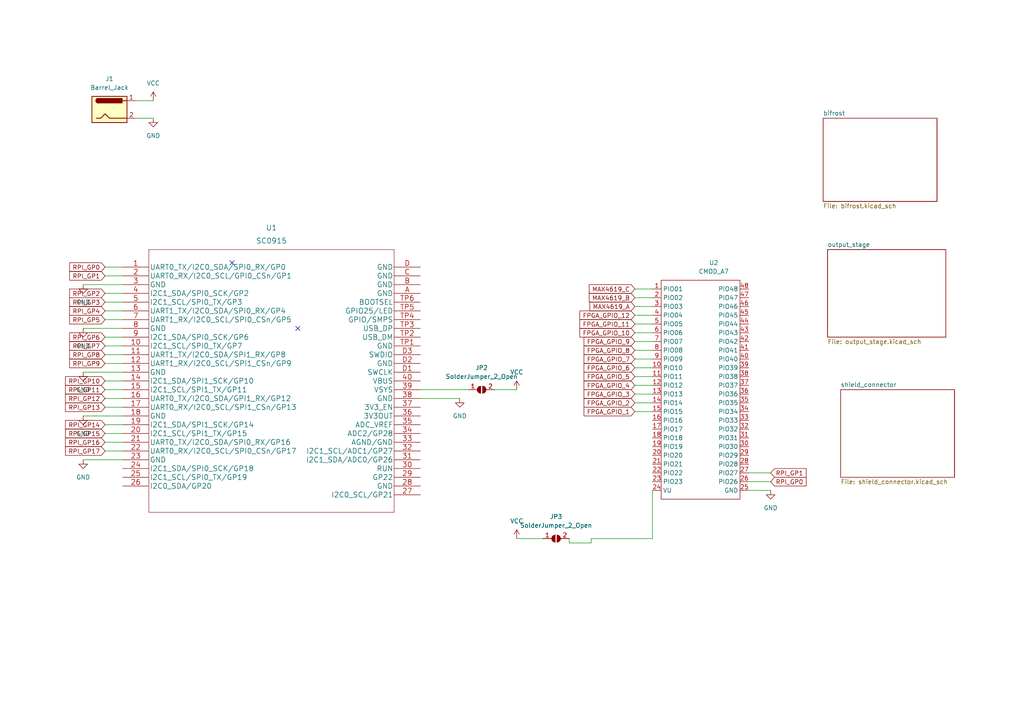
<source format=kicad_sch>
(kicad_sch (version 20211123) (generator eeschema)

  (uuid a976a548-07ed-403a-b4c1-99874295c88d)

  (paper "A4")

  (lib_symbols
    (symbol "Connector:Barrel_Jack" (pin_names (offset 1.016)) (in_bom yes) (on_board yes)
      (property "Reference" "J" (id 0) (at 0 5.334 0)
        (effects (font (size 1.27 1.27)))
      )
      (property "Value" "Barrel_Jack" (id 1) (at 0 -5.08 0)
        (effects (font (size 1.27 1.27)))
      )
      (property "Footprint" "" (id 2) (at 1.27 -1.016 0)
        (effects (font (size 1.27 1.27)) hide)
      )
      (property "Datasheet" "~" (id 3) (at 1.27 -1.016 0)
        (effects (font (size 1.27 1.27)) hide)
      )
      (property "ki_keywords" "DC power barrel jack connector" (id 4) (at 0 0 0)
        (effects (font (size 1.27 1.27)) hide)
      )
      (property "ki_description" "DC Barrel Jack" (id 5) (at 0 0 0)
        (effects (font (size 1.27 1.27)) hide)
      )
      (property "ki_fp_filters" "BarrelJack*" (id 6) (at 0 0 0)
        (effects (font (size 1.27 1.27)) hide)
      )
      (symbol "Barrel_Jack_0_1"
        (rectangle (start -5.08 3.81) (end 5.08 -3.81)
          (stroke (width 0.254) (type default) (color 0 0 0 0))
          (fill (type background))
        )
        (arc (start -3.302 3.175) (mid -3.937 2.54) (end -3.302 1.905)
          (stroke (width 0.254) (type default) (color 0 0 0 0))
          (fill (type none))
        )
        (arc (start -3.302 3.175) (mid -3.937 2.54) (end -3.302 1.905)
          (stroke (width 0.254) (type default) (color 0 0 0 0))
          (fill (type outline))
        )
        (polyline
          (pts
            (xy 5.08 2.54)
            (xy 3.81 2.54)
          )
          (stroke (width 0.254) (type default) (color 0 0 0 0))
          (fill (type none))
        )
        (polyline
          (pts
            (xy -3.81 -2.54)
            (xy -2.54 -2.54)
            (xy -1.27 -1.27)
            (xy 0 -2.54)
            (xy 2.54 -2.54)
            (xy 5.08 -2.54)
          )
          (stroke (width 0.254) (type default) (color 0 0 0 0))
          (fill (type none))
        )
        (rectangle (start 3.683 3.175) (end -3.302 1.905)
          (stroke (width 0.254) (type default) (color 0 0 0 0))
          (fill (type outline))
        )
      )
      (symbol "Barrel_Jack_1_1"
        (pin passive line (at 7.62 2.54 180) (length 2.54)
          (name "~" (effects (font (size 1.27 1.27))))
          (number "1" (effects (font (size 1.27 1.27))))
        )
        (pin passive line (at 7.62 -2.54 180) (length 2.54)
          (name "~" (effects (font (size 1.27 1.27))))
          (number "2" (effects (font (size 1.27 1.27))))
        )
      )
    )
    (symbol "Jumper:SolderJumper_2_Open" (pin_names (offset 0) hide) (in_bom yes) (on_board yes)
      (property "Reference" "JP" (id 0) (at 0 2.032 0)
        (effects (font (size 1.27 1.27)))
      )
      (property "Value" "SolderJumper_2_Open" (id 1) (at 0 -2.54 0)
        (effects (font (size 1.27 1.27)))
      )
      (property "Footprint" "" (id 2) (at 0 0 0)
        (effects (font (size 1.27 1.27)) hide)
      )
      (property "Datasheet" "~" (id 3) (at 0 0 0)
        (effects (font (size 1.27 1.27)) hide)
      )
      (property "ki_keywords" "solder jumper SPST" (id 4) (at 0 0 0)
        (effects (font (size 1.27 1.27)) hide)
      )
      (property "ki_description" "Solder Jumper, 2-pole, open" (id 5) (at 0 0 0)
        (effects (font (size 1.27 1.27)) hide)
      )
      (property "ki_fp_filters" "SolderJumper*Open*" (id 6) (at 0 0 0)
        (effects (font (size 1.27 1.27)) hide)
      )
      (symbol "SolderJumper_2_Open_0_1"
        (arc (start -0.254 1.016) (mid -1.27 0) (end -0.254 -1.016)
          (stroke (width 0) (type default) (color 0 0 0 0))
          (fill (type none))
        )
        (arc (start -0.254 1.016) (mid -1.27 0) (end -0.254 -1.016)
          (stroke (width 0) (type default) (color 0 0 0 0))
          (fill (type outline))
        )
        (polyline
          (pts
            (xy -0.254 1.016)
            (xy -0.254 -1.016)
          )
          (stroke (width 0) (type default) (color 0 0 0 0))
          (fill (type none))
        )
        (polyline
          (pts
            (xy 0.254 1.016)
            (xy 0.254 -1.016)
          )
          (stroke (width 0) (type default) (color 0 0 0 0))
          (fill (type none))
        )
        (arc (start 0.254 -1.016) (mid 1.27 0) (end 0.254 1.016)
          (stroke (width 0) (type default) (color 0 0 0 0))
          (fill (type none))
        )
        (arc (start 0.254 -1.016) (mid 1.27 0) (end 0.254 1.016)
          (stroke (width 0) (type default) (color 0 0 0 0))
          (fill (type outline))
        )
      )
      (symbol "SolderJumper_2_Open_1_1"
        (pin passive line (at -3.81 0 0) (length 2.54)
          (name "A" (effects (font (size 1.27 1.27))))
          (number "1" (effects (font (size 1.27 1.27))))
        )
        (pin passive line (at 3.81 0 180) (length 2.54)
          (name "B" (effects (font (size 1.27 1.27))))
          (number "2" (effects (font (size 1.27 1.27))))
        )
      )
    )
    (symbol "glitcher:CMOD_A7" (in_bom yes) (on_board yes)
      (property "Reference" "U?" (id 0) (at 30.48 -5.08 0)
        (effects (font (size 1.27 1.27)))
      )
      (property "Value" "CMOD_A7" (id 1) (at 30.48 -7.62 0)
        (effects (font (size 1.27 1.27)))
      )
      (property "Footprint" "Package_DIP:DIP-48_W15.24mm_Socket_LongPads" (id 2) (at 27.94 -7.62 0)
        (effects (font (size 1.27 1.27)) hide)
      )
      (property "Datasheet" "" (id 3) (at 27.94 -7.62 0)
        (effects (font (size 1.27 1.27)) hide)
      )
      (symbol "CMOD_A7_0_1"
        (rectangle (start 15.24 -10.16) (end 38.1 -73.66)
          (stroke (width 0) (type default) (color 0 0 0 0))
          (fill (type none))
        )
      )
      (symbol "CMOD_A7_1_1"
        (pin input line (at 12.7 -12.7 0) (length 2.54)
          (name "PIO01" (effects (font (size 1.27 1.27))))
          (number "1" (effects (font (size 1.27 1.27))))
        )
        (pin input line (at 12.7 -35.56 0) (length 2.54)
          (name "PIO10" (effects (font (size 1.27 1.27))))
          (number "10" (effects (font (size 1.27 1.27))))
        )
        (pin input line (at 12.7 -38.1 0) (length 2.54)
          (name "PIO11" (effects (font (size 1.27 1.27))))
          (number "11" (effects (font (size 1.27 1.27))))
        )
        (pin input line (at 12.7 -40.64 0) (length 2.54)
          (name "PIO12" (effects (font (size 1.27 1.27))))
          (number "12" (effects (font (size 1.27 1.27))))
        )
        (pin input line (at 12.7 -43.18 0) (length 2.54)
          (name "PIO13" (effects (font (size 1.27 1.27))))
          (number "13" (effects (font (size 1.27 1.27))))
        )
        (pin input line (at 12.7 -45.72 0) (length 2.54)
          (name "PIO14" (effects (font (size 1.27 1.27))))
          (number "14" (effects (font (size 1.27 1.27))))
        )
        (pin input line (at 12.7 -48.26 0) (length 2.54)
          (name "PIO15" (effects (font (size 1.27 1.27))))
          (number "15" (effects (font (size 1.27 1.27))))
        )
        (pin input line (at 12.7 -50.8 0) (length 2.54)
          (name "PIO16" (effects (font (size 1.27 1.27))))
          (number "16" (effects (font (size 1.27 1.27))))
        )
        (pin input line (at 12.7 -53.34 0) (length 2.54)
          (name "PIO17" (effects (font (size 1.27 1.27))))
          (number "17" (effects (font (size 1.27 1.27))))
        )
        (pin input line (at 12.7 -55.88 0) (length 2.54)
          (name "PIO18" (effects (font (size 1.27 1.27))))
          (number "18" (effects (font (size 1.27 1.27))))
        )
        (pin input line (at 12.7 -58.42 0) (length 2.54)
          (name "PIO19" (effects (font (size 1.27 1.27))))
          (number "19" (effects (font (size 1.27 1.27))))
        )
        (pin input line (at 12.7 -15.24 0) (length 2.54)
          (name "PIO02" (effects (font (size 1.27 1.27))))
          (number "2" (effects (font (size 1.27 1.27))))
        )
        (pin input line (at 12.7 -60.96 0) (length 2.54)
          (name "PIO20" (effects (font (size 1.27 1.27))))
          (number "20" (effects (font (size 1.27 1.27))))
        )
        (pin input line (at 12.7 -63.5 0) (length 2.54)
          (name "PIO21" (effects (font (size 1.27 1.27))))
          (number "21" (effects (font (size 1.27 1.27))))
        )
        (pin input line (at 12.7 -66.04 0) (length 2.54)
          (name "PIO22" (effects (font (size 1.27 1.27))))
          (number "22" (effects (font (size 1.27 1.27))))
        )
        (pin input line (at 12.7 -68.58 0) (length 2.54)
          (name "PIO23" (effects (font (size 1.27 1.27))))
          (number "23" (effects (font (size 1.27 1.27))))
        )
        (pin input line (at 12.7 -71.12 0) (length 2.54)
          (name "VU" (effects (font (size 1.27 1.27))))
          (number "24" (effects (font (size 1.27 1.27))))
        )
        (pin input line (at 40.64 -71.12 180) (length 2.54)
          (name "GND" (effects (font (size 1.27 1.27))))
          (number "25" (effects (font (size 1.27 1.27))))
        )
        (pin input line (at 40.64 -68.58 180) (length 2.54)
          (name "PIO26" (effects (font (size 1.27 1.27))))
          (number "26" (effects (font (size 1.27 1.27))))
        )
        (pin input line (at 40.64 -66.04 180) (length 2.54)
          (name "PIO27" (effects (font (size 1.27 1.27))))
          (number "27" (effects (font (size 1.27 1.27))))
        )
        (pin input line (at 40.64 -63.5 180) (length 2.54)
          (name "PIO28" (effects (font (size 1.27 1.27))))
          (number "28" (effects (font (size 1.27 1.27))))
        )
        (pin input line (at 40.64 -60.96 180) (length 2.54)
          (name "PIO29" (effects (font (size 1.27 1.27))))
          (number "29" (effects (font (size 1.27 1.27))))
        )
        (pin input line (at 12.7 -17.78 0) (length 2.54)
          (name "PIO03" (effects (font (size 1.27 1.27))))
          (number "3" (effects (font (size 1.27 1.27))))
        )
        (pin input line (at 40.64 -58.42 180) (length 2.54)
          (name "PIO30" (effects (font (size 1.27 1.27))))
          (number "30" (effects (font (size 1.27 1.27))))
        )
        (pin input line (at 40.64 -55.88 180) (length 2.54)
          (name "PIO31" (effects (font (size 1.27 1.27))))
          (number "31" (effects (font (size 1.27 1.27))))
        )
        (pin input line (at 40.64 -53.34 180) (length 2.54)
          (name "PIO32" (effects (font (size 1.27 1.27))))
          (number "32" (effects (font (size 1.27 1.27))))
        )
        (pin input line (at 40.64 -50.8 180) (length 2.54)
          (name "PIO33" (effects (font (size 1.27 1.27))))
          (number "33" (effects (font (size 1.27 1.27))))
        )
        (pin input line (at 40.64 -48.26 180) (length 2.54)
          (name "PIO34" (effects (font (size 1.27 1.27))))
          (number "34" (effects (font (size 1.27 1.27))))
        )
        (pin input line (at 40.64 -45.72 180) (length 2.54)
          (name "PIO35" (effects (font (size 1.27 1.27))))
          (number "35" (effects (font (size 1.27 1.27))))
        )
        (pin input line (at 40.64 -43.18 180) (length 2.54)
          (name "PIO36" (effects (font (size 1.27 1.27))))
          (number "36" (effects (font (size 1.27 1.27))))
        )
        (pin input line (at 40.64 -40.64 180) (length 2.54)
          (name "PIO37" (effects (font (size 1.27 1.27))))
          (number "37" (effects (font (size 1.27 1.27))))
        )
        (pin input line (at 40.64 -38.1 180) (length 2.54)
          (name "PIO38" (effects (font (size 1.27 1.27))))
          (number "38" (effects (font (size 1.27 1.27))))
        )
        (pin input line (at 40.64 -35.56 180) (length 2.54)
          (name "PIO39" (effects (font (size 1.27 1.27))))
          (number "39" (effects (font (size 1.27 1.27))))
        )
        (pin input line (at 12.7 -20.32 0) (length 2.54)
          (name "PIO04" (effects (font (size 1.27 1.27))))
          (number "4" (effects (font (size 1.27 1.27))))
        )
        (pin input line (at 40.64 -33.02 180) (length 2.54)
          (name "PIO40" (effects (font (size 1.27 1.27))))
          (number "40" (effects (font (size 1.27 1.27))))
        )
        (pin input line (at 40.64 -30.48 180) (length 2.54)
          (name "PIO41" (effects (font (size 1.27 1.27))))
          (number "41" (effects (font (size 1.27 1.27))))
        )
        (pin input line (at 40.64 -27.94 180) (length 2.54)
          (name "PIO42" (effects (font (size 1.27 1.27))))
          (number "42" (effects (font (size 1.27 1.27))))
        )
        (pin input line (at 40.64 -25.4 180) (length 2.54)
          (name "PIO43" (effects (font (size 1.27 1.27))))
          (number "43" (effects (font (size 1.27 1.27))))
        )
        (pin input line (at 40.64 -22.86 180) (length 2.54)
          (name "PIO44" (effects (font (size 1.27 1.27))))
          (number "44" (effects (font (size 1.27 1.27))))
        )
        (pin input line (at 40.64 -20.32 180) (length 2.54)
          (name "PIO45" (effects (font (size 1.27 1.27))))
          (number "45" (effects (font (size 1.27 1.27))))
        )
        (pin input line (at 40.64 -17.78 180) (length 2.54)
          (name "PIO46" (effects (font (size 1.27 1.27))))
          (number "46" (effects (font (size 1.27 1.27))))
        )
        (pin input line (at 40.64 -15.24 180) (length 2.54)
          (name "PIO47" (effects (font (size 1.27 1.27))))
          (number "47" (effects (font (size 1.27 1.27))))
        )
        (pin input line (at 40.64 -12.7 180) (length 2.54)
          (name "PIO48" (effects (font (size 1.27 1.27))))
          (number "48" (effects (font (size 1.27 1.27))))
        )
        (pin input line (at 12.7 -22.86 0) (length 2.54)
          (name "PIO05" (effects (font (size 1.27 1.27))))
          (number "5" (effects (font (size 1.27 1.27))))
        )
        (pin input line (at 12.7 -25.4 0) (length 2.54)
          (name "PIO06" (effects (font (size 1.27 1.27))))
          (number "6" (effects (font (size 1.27 1.27))))
        )
        (pin input line (at 12.7 -27.94 0) (length 2.54)
          (name "PIO07" (effects (font (size 1.27 1.27))))
          (number "7" (effects (font (size 1.27 1.27))))
        )
        (pin input line (at 12.7 -30.48 0) (length 2.54)
          (name "PIO08" (effects (font (size 1.27 1.27))))
          (number "8" (effects (font (size 1.27 1.27))))
        )
        (pin input line (at 12.7 -33.02 0) (length 2.54)
          (name "PIO09" (effects (font (size 1.27 1.27))))
          (number "9" (effects (font (size 1.27 1.27))))
        )
      )
    )
    (symbol "glitcher:SC0915" (pin_names (offset 0.254)) (in_bom yes) (on_board yes)
      (property "Reference" "U?" (id 0) (at 45.72 13.97 0)
        (effects (font (size 1.524 1.524)))
      )
      (property "Value" "SC0915" (id 1) (at 45.72 10.16 0)
        (effects (font (size 1.524 1.524)))
      )
      (property "Footprint" "DIP-40_W15.24mm_Socket_LongPads" (id 2) (at 45.72 8.636 0)
        (effects (font (size 1.524 1.524)) hide)
      )
      (property "Datasheet" "" (id 3) (at 0 0 0)
        (effects (font (size 1.524 1.524)))
      )
      (property "ki_locked" "" (id 4) (at 0 0 0)
        (effects (font (size 1.27 1.27)))
      )
      (property "ki_fp_filters" "SC0915_RPI" (id 5) (at 0 0 0)
        (effects (font (size 1.27 1.27)) hide)
      )
      (symbol "SC0915_1_1"
        (polyline
          (pts
            (xy 7.62 -71.12)
            (xy 78.74 -71.12)
          )
          (stroke (width 0.127) (type default) (color 0 0 0 0))
          (fill (type none))
        )
        (polyline
          (pts
            (xy 7.62 5.08)
            (xy 7.62 -71.12)
          )
          (stroke (width 0.127) (type default) (color 0 0 0 0))
          (fill (type none))
        )
        (polyline
          (pts
            (xy 78.74 -71.12)
            (xy 78.74 5.08)
          )
          (stroke (width 0.127) (type default) (color 0 0 0 0))
          (fill (type none))
        )
        (polyline
          (pts
            (xy 78.74 5.08)
            (xy 7.62 5.08)
          )
          (stroke (width 0.127) (type default) (color 0 0 0 0))
          (fill (type none))
        )
        (pin bidirectional line (at 0 0 0) (length 7.62)
          (name "UART0_TX/I2C0_SDA/SPI0_RX/GP0" (effects (font (size 1.4986 1.4986))))
          (number "1" (effects (font (size 1.4986 1.4986))))
        )
        (pin bidirectional line (at 0 -22.86 0) (length 7.62)
          (name "I2C1_SCL/SPI0_TX/GP7" (effects (font (size 1.4986 1.4986))))
          (number "10" (effects (font (size 1.4986 1.4986))))
        )
        (pin bidirectional line (at 0 -25.4 0) (length 7.62)
          (name "UART1_TX/I2C0_SDA/SPI1_RX/GP8" (effects (font (size 1.4986 1.4986))))
          (number "11" (effects (font (size 1.4986 1.4986))))
        )
        (pin bidirectional line (at 0 -27.94 0) (length 7.62)
          (name "UART1_RX/I2C0_SCL/SPI1_CSn/GP9" (effects (font (size 1.4986 1.4986))))
          (number "12" (effects (font (size 1.4986 1.4986))))
        )
        (pin power_in line (at 0 -30.48 0) (length 7.62)
          (name "GND" (effects (font (size 1.4986 1.4986))))
          (number "13" (effects (font (size 1.4986 1.4986))))
        )
        (pin bidirectional line (at 0 -33.02 0) (length 7.62)
          (name "I2C1_SDA/SPI1_SCK/GP10" (effects (font (size 1.4986 1.4986))))
          (number "14" (effects (font (size 1.4986 1.4986))))
        )
        (pin bidirectional line (at 0 -35.56 0) (length 7.62)
          (name "I2C1_SCL/SPI1_TX/GP11" (effects (font (size 1.4986 1.4986))))
          (number "15" (effects (font (size 1.4986 1.4986))))
        )
        (pin bidirectional line (at 0 -38.1 0) (length 7.62)
          (name "UART0_TX/I2C0_SDA/GPI1_RX/GP12" (effects (font (size 1.4986 1.4986))))
          (number "16" (effects (font (size 1.4986 1.4986))))
        )
        (pin bidirectional line (at 0 -40.64 0) (length 7.62)
          (name "UART0_RX/I2C0_SCL/SPI1_CSn/GP13" (effects (font (size 1.4986 1.4986))))
          (number "17" (effects (font (size 1.4986 1.4986))))
        )
        (pin power_in line (at 0 -43.18 0) (length 7.62)
          (name "GND" (effects (font (size 1.4986 1.4986))))
          (number "18" (effects (font (size 1.4986 1.4986))))
        )
        (pin bidirectional line (at 0 -45.72 0) (length 7.62)
          (name "I2C1_SDA/SPI1_SCK/GP14" (effects (font (size 1.4986 1.4986))))
          (number "19" (effects (font (size 1.4986 1.4986))))
        )
        (pin bidirectional line (at 0 -2.54 0) (length 7.62)
          (name "UART0_RX/I2C0_SCL/GPI0_CSn/GP1" (effects (font (size 1.4986 1.4986))))
          (number "2" (effects (font (size 1.4986 1.4986))))
        )
        (pin bidirectional line (at 0 -48.26 0) (length 7.62)
          (name "I2C1_SCL/SPI1_TX/GP15" (effects (font (size 1.4986 1.4986))))
          (number "20" (effects (font (size 1.4986 1.4986))))
        )
        (pin bidirectional line (at 0 -50.8 0) (length 7.62)
          (name "UART0_TX/I2C0_SDA/SPI0_RX/GP16" (effects (font (size 1.4986 1.4986))))
          (number "21" (effects (font (size 1.4986 1.4986))))
        )
        (pin bidirectional line (at 0 -53.34 0) (length 7.62)
          (name "UART0_RX/I2C0_SCL/SPI0_CSn/GP17" (effects (font (size 1.4986 1.4986))))
          (number "22" (effects (font (size 1.4986 1.4986))))
        )
        (pin power_in line (at 0 -55.88 0) (length 7.62)
          (name "GND" (effects (font (size 1.4986 1.4986))))
          (number "23" (effects (font (size 1.4986 1.4986))))
        )
        (pin bidirectional line (at 0 -58.42 0) (length 7.62)
          (name "I2C1_SDA/SPI0_SCK/GP18" (effects (font (size 1.4986 1.4986))))
          (number "24" (effects (font (size 1.4986 1.4986))))
        )
        (pin bidirectional line (at 0 -60.96 0) (length 7.62)
          (name "I2C1_SCL/SPI0_TX/GP19" (effects (font (size 1.4986 1.4986))))
          (number "25" (effects (font (size 1.4986 1.4986))))
        )
        (pin bidirectional line (at 0 -63.5 0) (length 7.62)
          (name "I2C0_SDA/GP20" (effects (font (size 1.4986 1.4986))))
          (number "26" (effects (font (size 1.4986 1.4986))))
        )
        (pin bidirectional line (at 86.36 -66.04 180) (length 7.62)
          (name "I2C0_SCL/GP21" (effects (font (size 1.4986 1.4986))))
          (number "27" (effects (font (size 1.4986 1.4986))))
        )
        (pin power_in line (at 86.36 -63.5 180) (length 7.62)
          (name "GND" (effects (font (size 1.4986 1.4986))))
          (number "28" (effects (font (size 1.4986 1.4986))))
        )
        (pin bidirectional line (at 86.36 -60.96 180) (length 7.62)
          (name "GP22" (effects (font (size 1.4986 1.4986))))
          (number "29" (effects (font (size 1.4986 1.4986))))
        )
        (pin power_in line (at 0 -5.08 0) (length 7.62)
          (name "GND" (effects (font (size 1.4986 1.4986))))
          (number "3" (effects (font (size 1.4986 1.4986))))
        )
        (pin unspecified line (at 86.36 -58.42 180) (length 7.62)
          (name "RUN" (effects (font (size 1.4986 1.4986))))
          (number "30" (effects (font (size 1.4986 1.4986))))
        )
        (pin bidirectional line (at 86.36 -55.88 180) (length 7.62)
          (name "I2C1_SDA/ADC0/GP26" (effects (font (size 1.4986 1.4986))))
          (number "31" (effects (font (size 1.4986 1.4986))))
        )
        (pin bidirectional line (at 86.36 -53.34 180) (length 7.62)
          (name "I2C1_SCL/ADC1/GP27" (effects (font (size 1.4986 1.4986))))
          (number "32" (effects (font (size 1.4986 1.4986))))
        )
        (pin power_in line (at 86.36 -50.8 180) (length 7.62)
          (name "AGND/GND" (effects (font (size 1.4986 1.4986))))
          (number "33" (effects (font (size 1.4986 1.4986))))
        )
        (pin bidirectional line (at 86.36 -48.26 180) (length 7.62)
          (name "ADC2/GP28" (effects (font (size 1.4986 1.4986))))
          (number "34" (effects (font (size 1.4986 1.4986))))
        )
        (pin power_in line (at 86.36 -45.72 180) (length 7.62)
          (name "ADC_VREF" (effects (font (size 1.4986 1.4986))))
          (number "35" (effects (font (size 1.4986 1.4986))))
        )
        (pin output line (at 86.36 -43.18 180) (length 7.62)
          (name "3V3OUT" (effects (font (size 1.4986 1.4986))))
          (number "36" (effects (font (size 1.4986 1.4986))))
        )
        (pin power_in line (at 86.36 -40.64 180) (length 7.62)
          (name "3V3_EN" (effects (font (size 1.4986 1.4986))))
          (number "37" (effects (font (size 1.4986 1.4986))))
        )
        (pin power_in line (at 86.36 -38.1 180) (length 7.62)
          (name "GND" (effects (font (size 1.4986 1.4986))))
          (number "38" (effects (font (size 1.4986 1.4986))))
        )
        (pin power_in line (at 86.36 -35.56 180) (length 7.62)
          (name "VSYS" (effects (font (size 1.4986 1.4986))))
          (number "39" (effects (font (size 1.4986 1.4986))))
        )
        (pin bidirectional line (at 0 -7.62 0) (length 7.62)
          (name "I2C1_SDA/SPI0_SCK/GP2" (effects (font (size 1.4986 1.4986))))
          (number "4" (effects (font (size 1.4986 1.4986))))
        )
        (pin power_in line (at 86.36 -33.02 180) (length 7.62)
          (name "VBUS" (effects (font (size 1.4986 1.4986))))
          (number "40" (effects (font (size 1.4986 1.4986))))
        )
        (pin bidirectional line (at 0 -10.16 0) (length 7.62)
          (name "I2C1_SCL/SPI0_TX/GP3" (effects (font (size 1.4986 1.4986))))
          (number "5" (effects (font (size 1.4986 1.4986))))
        )
        (pin bidirectional line (at 0 -12.7 0) (length 7.62)
          (name "UART1_TX/I2C0_SDA/SPI0_RX/GP4" (effects (font (size 1.4986 1.4986))))
          (number "6" (effects (font (size 1.4986 1.4986))))
        )
        (pin bidirectional line (at 0 -15.24 0) (length 7.62)
          (name "UART1_RX/I2C0_SCL/SPI0_CSn/GP5" (effects (font (size 1.4986 1.4986))))
          (number "7" (effects (font (size 1.4986 1.4986))))
        )
        (pin power_in line (at 0 -17.78 0) (length 7.62)
          (name "GND" (effects (font (size 1.4986 1.4986))))
          (number "8" (effects (font (size 1.4986 1.4986))))
        )
        (pin bidirectional line (at 0 -20.32 0) (length 7.62)
          (name "I2C1_SDA/SPI0_SCK/GP6" (effects (font (size 1.4986 1.4986))))
          (number "9" (effects (font (size 1.4986 1.4986))))
        )
        (pin power_in line (at 86.36 -7.62 180) (length 7.62)
          (name "GND" (effects (font (size 1.4986 1.4986))))
          (number "A" (effects (font (size 1.4986 1.4986))))
        )
        (pin power_in line (at 86.36 -5.08 180) (length 7.62)
          (name "GND" (effects (font (size 1.4986 1.4986))))
          (number "B" (effects (font (size 1.4986 1.4986))))
        )
        (pin power_in line (at 86.36 -2.54 180) (length 7.62)
          (name "GND" (effects (font (size 1.4986 1.4986))))
          (number "C" (effects (font (size 1.4986 1.4986))))
        )
        (pin power_in line (at 86.36 0 180) (length 7.62)
          (name "GND" (effects (font (size 1.4986 1.4986))))
          (number "D" (effects (font (size 1.4986 1.4986))))
        )
        (pin unspecified line (at 86.36 -30.48 180) (length 7.62)
          (name "SWCLK" (effects (font (size 1.4986 1.4986))))
          (number "D1" (effects (font (size 1.4986 1.4986))))
        )
        (pin power_in line (at 86.36 -27.94 180) (length 7.62)
          (name "GND" (effects (font (size 1.4986 1.4986))))
          (number "D2" (effects (font (size 1.4986 1.4986))))
        )
        (pin unspecified line (at 86.36 -25.4 180) (length 7.62)
          (name "SWDIO" (effects (font (size 1.4986 1.4986))))
          (number "D3" (effects (font (size 1.4986 1.4986))))
        )
        (pin power_in line (at 86.36 -22.86 180) (length 7.62)
          (name "GND" (effects (font (size 1.4986 1.4986))))
          (number "TP1" (effects (font (size 1.4986 1.4986))))
        )
        (pin unspecified line (at 86.36 -20.32 180) (length 7.62)
          (name "USB_DM" (effects (font (size 1.4986 1.4986))))
          (number "TP2" (effects (font (size 1.4986 1.4986))))
        )
        (pin unspecified line (at 86.36 -17.78 180) (length 7.62)
          (name "USB_DP" (effects (font (size 1.4986 1.4986))))
          (number "TP3" (effects (font (size 1.4986 1.4986))))
        )
        (pin unspecified line (at 86.36 -15.24 180) (length 7.62)
          (name "GPIO/SMPS" (effects (font (size 1.4986 1.4986))))
          (number "TP4" (effects (font (size 1.4986 1.4986))))
        )
        (pin unspecified line (at 86.36 -12.7 180) (length 7.62)
          (name "GPIO25/LED" (effects (font (size 1.4986 1.4986))))
          (number "TP5" (effects (font (size 1.4986 1.4986))))
        )
        (pin unspecified line (at 86.36 -10.16 180) (length 7.62)
          (name "BOOTSEL" (effects (font (size 1.4986 1.4986))))
          (number "TP6" (effects (font (size 1.4986 1.4986))))
        )
      )
    )
    (symbol "power:GND" (power) (pin_names (offset 0)) (in_bom yes) (on_board yes)
      (property "Reference" "#PWR" (id 0) (at 0 -6.35 0)
        (effects (font (size 1.27 1.27)) hide)
      )
      (property "Value" "GND" (id 1) (at 0 -3.81 0)
        (effects (font (size 1.27 1.27)))
      )
      (property "Footprint" "" (id 2) (at 0 0 0)
        (effects (font (size 1.27 1.27)) hide)
      )
      (property "Datasheet" "" (id 3) (at 0 0 0)
        (effects (font (size 1.27 1.27)) hide)
      )
      (property "ki_keywords" "power-flag" (id 4) (at 0 0 0)
        (effects (font (size 1.27 1.27)) hide)
      )
      (property "ki_description" "Power symbol creates a global label with name \"GND\" , ground" (id 5) (at 0 0 0)
        (effects (font (size 1.27 1.27)) hide)
      )
      (symbol "GND_0_1"
        (polyline
          (pts
            (xy 0 0)
            (xy 0 -1.27)
            (xy 1.27 -1.27)
            (xy 0 -2.54)
            (xy -1.27 -1.27)
            (xy 0 -1.27)
          )
          (stroke (width 0) (type default) (color 0 0 0 0))
          (fill (type none))
        )
      )
      (symbol "GND_1_1"
        (pin power_in line (at 0 0 270) (length 0) hide
          (name "GND" (effects (font (size 1.27 1.27))))
          (number "1" (effects (font (size 1.27 1.27))))
        )
      )
    )
    (symbol "power:VCC" (power) (pin_names (offset 0)) (in_bom yes) (on_board yes)
      (property "Reference" "#PWR" (id 0) (at 0 -3.81 0)
        (effects (font (size 1.27 1.27)) hide)
      )
      (property "Value" "VCC" (id 1) (at 0 3.81 0)
        (effects (font (size 1.27 1.27)))
      )
      (property "Footprint" "" (id 2) (at 0 0 0)
        (effects (font (size 1.27 1.27)) hide)
      )
      (property "Datasheet" "" (id 3) (at 0 0 0)
        (effects (font (size 1.27 1.27)) hide)
      )
      (property "ki_keywords" "power-flag" (id 4) (at 0 0 0)
        (effects (font (size 1.27 1.27)) hide)
      )
      (property "ki_description" "Power symbol creates a global label with name \"VCC\"" (id 5) (at 0 0 0)
        (effects (font (size 1.27 1.27)) hide)
      )
      (symbol "VCC_0_1"
        (polyline
          (pts
            (xy -0.762 1.27)
            (xy 0 2.54)
          )
          (stroke (width 0) (type default) (color 0 0 0 0))
          (fill (type none))
        )
        (polyline
          (pts
            (xy 0 0)
            (xy 0 2.54)
          )
          (stroke (width 0) (type default) (color 0 0 0 0))
          (fill (type none))
        )
        (polyline
          (pts
            (xy 0 2.54)
            (xy 0.762 1.27)
          )
          (stroke (width 0) (type default) (color 0 0 0 0))
          (fill (type none))
        )
      )
      (symbol "VCC_1_1"
        (pin power_in line (at 0 0 90) (length 0) hide
          (name "VCC" (effects (font (size 1.27 1.27))))
          (number "1" (effects (font (size 1.27 1.27))))
        )
      )
    )
  )


  (no_connect (at 86.36 95.25) (uuid 097c84ff-9b2a-4442-a669-788a665c7f4e))
  (no_connect (at 67.31 76.2) (uuid 097c84ff-9b2a-4442-a669-788a665c7f4f))

  (wire (pts (xy 30.48 125.73) (xy 35.56 125.73))
    (stroke (width 0) (type default) (color 0 0 0 0))
    (uuid 038eaf53-dbef-431b-844a-90f4abe78e06)
  )
  (wire (pts (xy 184.15 119.38) (xy 189.23 119.38))
    (stroke (width 0) (type default) (color 0 0 0 0))
    (uuid 0393f393-749c-462d-90c4-1dba17663ca4)
  )
  (wire (pts (xy 30.48 128.27) (xy 35.56 128.27))
    (stroke (width 0) (type default) (color 0 0 0 0))
    (uuid 10f8c4f7-d9d2-474c-9382-6bd2969c3aae)
  )
  (wire (pts (xy 189.23 106.68) (xy 184.15 106.68))
    (stroke (width 0) (type default) (color 0 0 0 0))
    (uuid 1114e105-4f43-40bc-8783-96f2a3abca41)
  )
  (wire (pts (xy 30.48 102.87) (xy 35.56 102.87))
    (stroke (width 0) (type default) (color 0 0 0 0))
    (uuid 11343df8-c1a5-42e1-bbc2-011713a7bebf)
  )
  (wire (pts (xy 143.51 113.03) (xy 149.86 113.03))
    (stroke (width 0) (type default) (color 0 0 0 0))
    (uuid 1ea3fa57-b5f0-47ff-9e0f-65ee913b3a94)
  )
  (wire (pts (xy 39.37 29.21) (xy 44.45 29.21))
    (stroke (width 0) (type default) (color 0 0 0 0))
    (uuid 1f30b90f-9b0e-4818-8b57-75e6cbd49f59)
  )
  (wire (pts (xy 189.23 86.36) (xy 184.15 86.36))
    (stroke (width 0) (type default) (color 0 0 0 0))
    (uuid 24adcf97-b13e-4fe3-8d6e-274229b36d67)
  )
  (wire (pts (xy 189.23 83.82) (xy 184.15 83.82))
    (stroke (width 0) (type default) (color 0 0 0 0))
    (uuid 27f40545-43dd-40c8-b18c-40e0476a7a38)
  )
  (wire (pts (xy 24.13 107.95) (xy 35.56 107.95))
    (stroke (width 0) (type default) (color 0 0 0 0))
    (uuid 2e984bf0-1657-49bd-84be-360766c16776)
  )
  (wire (pts (xy 217.17 139.7) (xy 223.52 139.7))
    (stroke (width 0) (type default) (color 0 0 0 0))
    (uuid 2ed8ce5c-4ce6-456e-b249-24f2110d6078)
  )
  (wire (pts (xy 171.45 156.21) (xy 189.23 156.21))
    (stroke (width 0) (type default) (color 0 0 0 0))
    (uuid 3393eb25-5d93-424c-bbc1-1261c544d783)
  )
  (wire (pts (xy 189.23 93.98) (xy 184.15 93.98))
    (stroke (width 0) (type default) (color 0 0 0 0))
    (uuid 35931e39-96c9-4286-9804-e97cc890c264)
  )
  (wire (pts (xy 189.23 96.52) (xy 184.15 96.52))
    (stroke (width 0) (type default) (color 0 0 0 0))
    (uuid 3c32dfd6-c80a-439e-8a48-b86aa245d875)
  )
  (wire (pts (xy 189.23 88.9) (xy 184.15 88.9))
    (stroke (width 0) (type default) (color 0 0 0 0))
    (uuid 46946827-0abf-4a88-9a22-fd0d14114e81)
  )
  (wire (pts (xy 30.48 87.63) (xy 35.56 87.63))
    (stroke (width 0) (type default) (color 0 0 0 0))
    (uuid 4aff467a-8eca-42e3-a165-3b66bd4a0155)
  )
  (wire (pts (xy 30.48 113.03) (xy 35.56 113.03))
    (stroke (width 0) (type default) (color 0 0 0 0))
    (uuid 4b0e0fc1-f5f8-4a88-973a-406919ebaa2d)
  )
  (wire (pts (xy 30.48 118.11) (xy 35.56 118.11))
    (stroke (width 0) (type default) (color 0 0 0 0))
    (uuid 59040dd8-34d7-44de-a19d-8ee9853eb6c6)
  )
  (wire (pts (xy 30.48 100.33) (xy 35.56 100.33))
    (stroke (width 0) (type default) (color 0 0 0 0))
    (uuid 5cbcb1e6-9763-4c37-afa9-0b66f3893046)
  )
  (wire (pts (xy 184.15 111.76) (xy 189.23 111.76))
    (stroke (width 0) (type default) (color 0 0 0 0))
    (uuid 644bd557-425f-4c3c-aa9e-a9c730a7d9b8)
  )
  (wire (pts (xy 30.48 97.79) (xy 35.56 97.79))
    (stroke (width 0) (type default) (color 0 0 0 0))
    (uuid 73bf45d7-a22a-4271-b3e6-2c48eac2ee66)
  )
  (wire (pts (xy 24.13 133.35) (xy 35.56 133.35))
    (stroke (width 0) (type default) (color 0 0 0 0))
    (uuid 77b893e4-29f4-431b-a986-21e3cf8f0f83)
  )
  (wire (pts (xy 24.13 82.55) (xy 35.56 82.55))
    (stroke (width 0) (type default) (color 0 0 0 0))
    (uuid 855ac94e-1e2c-4389-a046-b95bbe417c3e)
  )
  (wire (pts (xy 121.92 113.03) (xy 135.89 113.03))
    (stroke (width 0) (type default) (color 0 0 0 0))
    (uuid 8827d3fa-d142-40e4-b903-dce43e0b26f4)
  )
  (wire (pts (xy 189.23 104.14) (xy 184.15 104.14))
    (stroke (width 0) (type default) (color 0 0 0 0))
    (uuid 8bb63b18-4c19-483c-9bfe-132de670bf17)
  )
  (wire (pts (xy 30.48 130.81) (xy 35.56 130.81))
    (stroke (width 0) (type default) (color 0 0 0 0))
    (uuid 8bc341cf-67cc-4415-a3ea-18ddfb0c94c3)
  )
  (wire (pts (xy 189.23 156.21) (xy 189.23 142.24))
    (stroke (width 0) (type default) (color 0 0 0 0))
    (uuid 8ebffd97-4ffe-4c94-a112-31163976e8cf)
  )
  (wire (pts (xy 30.48 80.01) (xy 35.56 80.01))
    (stroke (width 0) (type default) (color 0 0 0 0))
    (uuid 94657544-86eb-4936-9905-546b55681ce8)
  )
  (wire (pts (xy 121.92 115.57) (xy 133.35 115.57))
    (stroke (width 0) (type default) (color 0 0 0 0))
    (uuid 95d4ac28-fcae-4f43-a079-1074c4b5c8d9)
  )
  (wire (pts (xy 39.37 34.29) (xy 44.45 34.29))
    (stroke (width 0) (type default) (color 0 0 0 0))
    (uuid 9a2a9895-7e77-4b6e-87dd-985f01f01bf7)
  )
  (wire (pts (xy 30.48 85.09) (xy 35.56 85.09))
    (stroke (width 0) (type default) (color 0 0 0 0))
    (uuid a4315744-be8c-4df9-b45a-14bac40939c4)
  )
  (wire (pts (xy 24.13 120.65) (xy 35.56 120.65))
    (stroke (width 0) (type default) (color 0 0 0 0))
    (uuid a9865e6e-7599-4e0e-8707-8cce8b23c88c)
  )
  (wire (pts (xy 30.48 105.41) (xy 35.56 105.41))
    (stroke (width 0) (type default) (color 0 0 0 0))
    (uuid aa8b7a55-5417-43e9-8f07-53f6fb33c038)
  )
  (wire (pts (xy 165.1 156.21) (xy 165.1 157.48))
    (stroke (width 0) (type default) (color 0 0 0 0))
    (uuid b5f9d2da-b501-45e5-a16c-9ab9e90b8fbf)
  )
  (wire (pts (xy 189.23 109.22) (xy 184.15 109.22))
    (stroke (width 0) (type default) (color 0 0 0 0))
    (uuid b6e02431-c830-4fb9-898c-c4581ec5b905)
  )
  (wire (pts (xy 217.17 137.16) (xy 223.52 137.16))
    (stroke (width 0) (type default) (color 0 0 0 0))
    (uuid b8483ed0-a804-4ac0-a2f8-df0205767e10)
  )
  (wire (pts (xy 30.48 115.57) (xy 35.56 115.57))
    (stroke (width 0) (type default) (color 0 0 0 0))
    (uuid bcb3f4ef-bf77-4761-9a7c-37917a18588a)
  )
  (wire (pts (xy 184.15 116.84) (xy 189.23 116.84))
    (stroke (width 0) (type default) (color 0 0 0 0))
    (uuid bd097e1e-8568-4ca9-af35-510b731750c2)
  )
  (wire (pts (xy 171.45 156.21) (xy 171.45 157.48))
    (stroke (width 0) (type default) (color 0 0 0 0))
    (uuid c02d331a-18ce-41ea-baef-296f144af75d)
  )
  (wire (pts (xy 217.17 142.24) (xy 223.52 142.24))
    (stroke (width 0) (type default) (color 0 0 0 0))
    (uuid c162d07b-d6c7-4748-ac16-d53800343860)
  )
  (wire (pts (xy 30.48 123.19) (xy 35.56 123.19))
    (stroke (width 0) (type default) (color 0 0 0 0))
    (uuid c1cc68df-8d39-4805-b257-9e0ea85b1946)
  )
  (wire (pts (xy 165.1 157.48) (xy 171.45 157.48))
    (stroke (width 0) (type default) (color 0 0 0 0))
    (uuid c357c9b1-87c5-4f07-a072-ccc4e6f7fa83)
  )
  (wire (pts (xy 184.15 114.3) (xy 189.23 114.3))
    (stroke (width 0) (type default) (color 0 0 0 0))
    (uuid c462465b-6a33-461b-b57f-67f5906635bd)
  )
  (wire (pts (xy 30.48 92.71) (xy 35.56 92.71))
    (stroke (width 0) (type default) (color 0 0 0 0))
    (uuid cb227031-99c1-4fcc-9072-945a5b5172a1)
  )
  (wire (pts (xy 189.23 101.6) (xy 184.15 101.6))
    (stroke (width 0) (type default) (color 0 0 0 0))
    (uuid daf44b8d-84db-42b5-b378-9e08d09deb87)
  )
  (wire (pts (xy 30.48 110.49) (xy 35.56 110.49))
    (stroke (width 0) (type default) (color 0 0 0 0))
    (uuid de7a5cd1-53e5-4201-83a9-e53af1637644)
  )
  (wire (pts (xy 30.48 77.47) (xy 35.56 77.47))
    (stroke (width 0) (type default) (color 0 0 0 0))
    (uuid e00d260b-2253-45f1-a33b-6bfe252c4391)
  )
  (wire (pts (xy 189.23 99.06) (xy 184.15 99.06))
    (stroke (width 0) (type default) (color 0 0 0 0))
    (uuid e0a35a93-3c61-4233-87ce-a0f2e4cd6b82)
  )
  (wire (pts (xy 30.48 90.17) (xy 35.56 90.17))
    (stroke (width 0) (type default) (color 0 0 0 0))
    (uuid e97566be-0556-45a9-a2eb-db3c808eef40)
  )
  (wire (pts (xy 24.13 95.25) (xy 35.56 95.25))
    (stroke (width 0) (type default) (color 0 0 0 0))
    (uuid f7561d9b-6b09-4894-b661-ed0ac7245090)
  )
  (wire (pts (xy 149.86 156.21) (xy 157.48 156.21))
    (stroke (width 0) (type default) (color 0 0 0 0))
    (uuid fc9c834b-86e2-42fa-ab3f-483a799ec0a4)
  )
  (wire (pts (xy 189.23 91.44) (xy 184.15 91.44))
    (stroke (width 0) (type default) (color 0 0 0 0))
    (uuid ff5afb6e-ffac-4c5d-8a42-71e4cc70742e)
  )

  (global_label "RPI_GP1" (shape input) (at 30.48 80.01 180) (fields_autoplaced)
    (effects (font (size 1.27 1.27)) (justify right))
    (uuid 083dfd61-6160-4298-abb8-e41454a86dea)
    (property "Intersheet References" "${INTERSHEET_REFS}" (id 0) (at 20.205 79.9306 0)
      (effects (font (size 1.27 1.27)) (justify right) hide)
    )
  )
  (global_label "FPGA_GPIO_8" (shape input) (at 184.15 101.6 180) (fields_autoplaced)
    (effects (font (size 1.27 1.27)) (justify right))
    (uuid 0bd11114-fb7d-4370-b274-0f1c4912a285)
    (property "Intersheet References" "${INTERSHEET_REFS}" (id 0) (at 169.3998 101.6794 0)
      (effects (font (size 1.27 1.27)) (justify right) hide)
    )
  )
  (global_label "RPI_GP0" (shape input) (at 223.52 139.7 0) (fields_autoplaced)
    (effects (font (size 1.27 1.27)) (justify left))
    (uuid 0eeff57b-832e-4f4e-a965-925ee9fd648e)
    (property "Intersheet References" "${INTERSHEET_REFS}" (id 0) (at 233.795 139.7794 0)
      (effects (font (size 1.27 1.27)) (justify left) hide)
    )
  )
  (global_label "MAX4619_A" (shape input) (at 184.15 88.9 180) (fields_autoplaced)
    (effects (font (size 1.27 1.27)) (justify right))
    (uuid 1269bbd1-fb2f-4315-8e82-7d6b3aad4906)
    (property "Intersheet References" "${INTERSHEET_REFS}" (id 0) (at 171.0931 88.8206 0)
      (effects (font (size 1.27 1.27)) (justify right) hide)
    )
  )
  (global_label "FPGA_GPIO_4" (shape input) (at 184.15 111.76 180) (fields_autoplaced)
    (effects (font (size 1.27 1.27)) (justify right))
    (uuid 17acde79-cf1a-43b3-aaf9-736703c5a7bf)
    (property "Intersheet References" "${INTERSHEET_REFS}" (id 0) (at 169.3998 111.8394 0)
      (effects (font (size 1.27 1.27)) (justify right) hide)
    )
  )
  (global_label "RPI_GP17" (shape input) (at 30.48 130.81 180) (fields_autoplaced)
    (effects (font (size 1.27 1.27)) (justify right))
    (uuid 182aff57-a7c5-4381-98e2-f0127b38b1f6)
    (property "Intersheet References" "${INTERSHEET_REFS}" (id 0) (at 18.9955 130.7306 0)
      (effects (font (size 1.27 1.27)) (justify right) hide)
    )
  )
  (global_label "RPI_GP15" (shape input) (at 30.48 125.73 180) (fields_autoplaced)
    (effects (font (size 1.27 1.27)) (justify right))
    (uuid 2204477a-b45e-4091-8035-5e9537c3da10)
    (property "Intersheet References" "${INTERSHEET_REFS}" (id 0) (at 18.9955 125.6506 0)
      (effects (font (size 1.27 1.27)) (justify right) hide)
    )
  )
  (global_label "RPI_GP8" (shape input) (at 30.48 102.87 180) (fields_autoplaced)
    (effects (font (size 1.27 1.27)) (justify right))
    (uuid 23a53779-f7f3-461d-a0b2-289ee667d351)
    (property "Intersheet References" "${INTERSHEET_REFS}" (id 0) (at 20.205 102.7906 0)
      (effects (font (size 1.27 1.27)) (justify right) hide)
    )
  )
  (global_label "FPGA_GPIO_11" (shape input) (at 184.15 93.98 180) (fields_autoplaced)
    (effects (font (size 1.27 1.27)) (justify right))
    (uuid 27faad7d-a1ea-4601-8eef-b9006b397c2b)
    (property "Intersheet References" "${INTERSHEET_REFS}" (id 0) (at 168.1902 94.0594 0)
      (effects (font (size 1.27 1.27)) (justify right) hide)
    )
  )
  (global_label "FPGA_GPIO_10" (shape input) (at 184.15 96.52 180) (fields_autoplaced)
    (effects (font (size 1.27 1.27)) (justify right))
    (uuid 2be5d837-6c44-4d0e-a967-04399f85c70e)
    (property "Intersheet References" "${INTERSHEET_REFS}" (id 0) (at 168.1902 96.5994 0)
      (effects (font (size 1.27 1.27)) (justify right) hide)
    )
  )
  (global_label "RPI_GP1" (shape input) (at 223.52 137.16 0) (fields_autoplaced)
    (effects (font (size 1.27 1.27)) (justify left))
    (uuid 38bb9ca5-c279-4ff2-8813-643ec8864851)
    (property "Intersheet References" "${INTERSHEET_REFS}" (id 0) (at 233.795 137.2394 0)
      (effects (font (size 1.27 1.27)) (justify left) hide)
    )
  )
  (global_label "RPI_GP11" (shape input) (at 30.48 113.03 180) (fields_autoplaced)
    (effects (font (size 1.27 1.27)) (justify right))
    (uuid 3faabfeb-cb42-47e7-ad6e-9df77e733217)
    (property "Intersheet References" "${INTERSHEET_REFS}" (id 0) (at 18.9955 112.9506 0)
      (effects (font (size 1.27 1.27)) (justify right) hide)
    )
  )
  (global_label "MAX4619_B" (shape input) (at 184.15 86.36 180) (fields_autoplaced)
    (effects (font (size 1.27 1.27)) (justify right))
    (uuid 4bce80b8-af51-4275-897f-e454b5b9ca90)
    (property "Intersheet References" "${INTERSHEET_REFS}" (id 0) (at 170.9117 86.2806 0)
      (effects (font (size 1.27 1.27)) (justify right) hide)
    )
  )
  (global_label "RPI_GP0" (shape input) (at 30.48 77.47 180) (fields_autoplaced)
    (effects (font (size 1.27 1.27)) (justify right))
    (uuid 5a5ad26b-fe7a-4043-b187-a05271e1c067)
    (property "Intersheet References" "${INTERSHEET_REFS}" (id 0) (at 20.205 77.3906 0)
      (effects (font (size 1.27 1.27)) (justify right) hide)
    )
  )
  (global_label "FPGA_GPIO_5" (shape input) (at 184.15 109.22 180) (fields_autoplaced)
    (effects (font (size 1.27 1.27)) (justify right))
    (uuid 63b85400-dcfe-4eae-aa4e-e19c480ef59c)
    (property "Intersheet References" "${INTERSHEET_REFS}" (id 0) (at 169.3998 109.2994 0)
      (effects (font (size 1.27 1.27)) (justify right) hide)
    )
  )
  (global_label "FPGA_GPIO_12" (shape input) (at 184.15 91.44 180) (fields_autoplaced)
    (effects (font (size 1.27 1.27)) (justify right))
    (uuid 6e0e8f78-aef5-406b-b171-f92cf4e91049)
    (property "Intersheet References" "${INTERSHEET_REFS}" (id 0) (at 168.1902 91.5194 0)
      (effects (font (size 1.27 1.27)) (justify right) hide)
    )
  )
  (global_label "RPI_GP5" (shape input) (at 30.48 92.71 180) (fields_autoplaced)
    (effects (font (size 1.27 1.27)) (justify right))
    (uuid 7793673f-98c5-4bff-94a0-b1b5d5381c97)
    (property "Intersheet References" "${INTERSHEET_REFS}" (id 0) (at 20.205 92.6306 0)
      (effects (font (size 1.27 1.27)) (justify right) hide)
    )
  )
  (global_label "RPI_GP14" (shape input) (at 30.48 123.19 180) (fields_autoplaced)
    (effects (font (size 1.27 1.27)) (justify right))
    (uuid 7dbd63c8-3f88-46ca-855f-92c3bea2ead5)
    (property "Intersheet References" "${INTERSHEET_REFS}" (id 0) (at 18.9955 123.1106 0)
      (effects (font (size 1.27 1.27)) (justify right) hide)
    )
  )
  (global_label "MAX4619_C" (shape input) (at 184.15 83.82 180) (fields_autoplaced)
    (effects (font (size 1.27 1.27)) (justify right))
    (uuid 904a8cd9-d300-44a9-80ab-abbfb0b1d3f5)
    (property "Intersheet References" "${INTERSHEET_REFS}" (id 0) (at 170.9117 83.7406 0)
      (effects (font (size 1.27 1.27)) (justify right) hide)
    )
  )
  (global_label "RPI_GP13" (shape input) (at 30.48 118.11 180) (fields_autoplaced)
    (effects (font (size 1.27 1.27)) (justify right))
    (uuid 94dfd9f7-61cd-4fd0-add6-a662d0cfd6dd)
    (property "Intersheet References" "${INTERSHEET_REFS}" (id 0) (at 18.9955 118.0306 0)
      (effects (font (size 1.27 1.27)) (justify right) hide)
    )
  )
  (global_label "FPGA_GPIO_1" (shape input) (at 184.15 119.38 180) (fields_autoplaced)
    (effects (font (size 1.27 1.27)) (justify right))
    (uuid 9c8c7028-76dd-4897-9af6-c8a3371f0b64)
    (property "Intersheet References" "${INTERSHEET_REFS}" (id 0) (at 169.3998 119.4594 0)
      (effects (font (size 1.27 1.27)) (justify right) hide)
    )
  )
  (global_label "FPGA_GPIO_2" (shape input) (at 184.15 116.84 180) (fields_autoplaced)
    (effects (font (size 1.27 1.27)) (justify right))
    (uuid a02e5f8f-d11c-4155-94eb-644d22fbdc71)
    (property "Intersheet References" "${INTERSHEET_REFS}" (id 0) (at 169.3998 116.9194 0)
      (effects (font (size 1.27 1.27)) (justify right) hide)
    )
  )
  (global_label "RPI_GP6" (shape input) (at 30.48 97.79 180) (fields_autoplaced)
    (effects (font (size 1.27 1.27)) (justify right))
    (uuid a03a1d98-e6a2-4088-8417-5b31d85c0810)
    (property "Intersheet References" "${INTERSHEET_REFS}" (id 0) (at 20.205 97.7106 0)
      (effects (font (size 1.27 1.27)) (justify right) hide)
    )
  )
  (global_label "RPI_GP7" (shape input) (at 30.48 100.33 180) (fields_autoplaced)
    (effects (font (size 1.27 1.27)) (justify right))
    (uuid aa3c5f47-fbf3-4382-9a5f-cd1f1bf2f9e6)
    (property "Intersheet References" "${INTERSHEET_REFS}" (id 0) (at 20.205 100.2506 0)
      (effects (font (size 1.27 1.27)) (justify right) hide)
    )
  )
  (global_label "RPI_GP10" (shape input) (at 30.48 110.49 180) (fields_autoplaced)
    (effects (font (size 1.27 1.27)) (justify right))
    (uuid aacd096f-5831-44de-ac27-d4199cbf4c7a)
    (property "Intersheet References" "${INTERSHEET_REFS}" (id 0) (at 18.9955 110.4106 0)
      (effects (font (size 1.27 1.27)) (justify right) hide)
    )
  )
  (global_label "RPI_GP3" (shape input) (at 30.48 87.63 180) (fields_autoplaced)
    (effects (font (size 1.27 1.27)) (justify right))
    (uuid b0c205a0-9ff0-4338-807d-9e97e851cc41)
    (property "Intersheet References" "${INTERSHEET_REFS}" (id 0) (at 20.205 87.5506 0)
      (effects (font (size 1.27 1.27)) (justify right) hide)
    )
  )
  (global_label "FPGA_GPIO_6" (shape input) (at 184.15 106.68 180) (fields_autoplaced)
    (effects (font (size 1.27 1.27)) (justify right))
    (uuid c5e0d4ce-c396-43bd-840b-e6c4e0764269)
    (property "Intersheet References" "${INTERSHEET_REFS}" (id 0) (at 169.3998 106.7594 0)
      (effects (font (size 1.27 1.27)) (justify right) hide)
    )
  )
  (global_label "RPI_GP12" (shape input) (at 30.48 115.57 180) (fields_autoplaced)
    (effects (font (size 1.27 1.27)) (justify right))
    (uuid caac07f2-f638-4de2-bd6f-2ef8f858b9f1)
    (property "Intersheet References" "${INTERSHEET_REFS}" (id 0) (at 18.9955 115.4906 0)
      (effects (font (size 1.27 1.27)) (justify right) hide)
    )
  )
  (global_label "FPGA_GPIO_3" (shape input) (at 184.15 114.3 180) (fields_autoplaced)
    (effects (font (size 1.27 1.27)) (justify right))
    (uuid cc04e15b-a16a-412e-ba87-5cdef287dbde)
    (property "Intersheet References" "${INTERSHEET_REFS}" (id 0) (at 169.3998 114.3794 0)
      (effects (font (size 1.27 1.27)) (justify right) hide)
    )
  )
  (global_label "FPGA_GPIO_9" (shape input) (at 184.15 99.06 180) (fields_autoplaced)
    (effects (font (size 1.27 1.27)) (justify right))
    (uuid ccfa5f83-5d32-4995-a594-59702634a9e8)
    (property "Intersheet References" "${INTERSHEET_REFS}" (id 0) (at 169.3998 99.1394 0)
      (effects (font (size 1.27 1.27)) (justify right) hide)
    )
  )
  (global_label "RPI_GP9" (shape input) (at 30.48 105.41 180) (fields_autoplaced)
    (effects (font (size 1.27 1.27)) (justify right))
    (uuid ce67dcc5-d8bc-47aa-8a1e-51872202dc82)
    (property "Intersheet References" "${INTERSHEET_REFS}" (id 0) (at 20.205 105.3306 0)
      (effects (font (size 1.27 1.27)) (justify right) hide)
    )
  )
  (global_label "FPGA_GPIO_7" (shape input) (at 184.15 104.14 180) (fields_autoplaced)
    (effects (font (size 1.27 1.27)) (justify right))
    (uuid d90c4abb-e5cd-4600-a646-e06a2596d623)
    (property "Intersheet References" "${INTERSHEET_REFS}" (id 0) (at 169.3998 104.2194 0)
      (effects (font (size 1.27 1.27)) (justify right) hide)
    )
  )
  (global_label "RPI_GP16" (shape input) (at 30.48 128.27 180) (fields_autoplaced)
    (effects (font (size 1.27 1.27)) (justify right))
    (uuid e97fe297-2ce9-4beb-9488-475dd3c452cc)
    (property "Intersheet References" "${INTERSHEET_REFS}" (id 0) (at 18.9955 128.1906 0)
      (effects (font (size 1.27 1.27)) (justify right) hide)
    )
  )
  (global_label "RPI_GP4" (shape input) (at 30.48 90.17 180) (fields_autoplaced)
    (effects (font (size 1.27 1.27)) (justify right))
    (uuid ee1dd600-4c61-42da-9999-e6cd3aa94c5c)
    (property "Intersheet References" "${INTERSHEET_REFS}" (id 0) (at 20.205 90.0906 0)
      (effects (font (size 1.27 1.27)) (justify right) hide)
    )
  )
  (global_label "RPI_GP2" (shape input) (at 30.48 85.09 180) (fields_autoplaced)
    (effects (font (size 1.27 1.27)) (justify right))
    (uuid f11c52ba-62f1-48c5-a5ff-83607e16c464)
    (property "Intersheet References" "${INTERSHEET_REFS}" (id 0) (at 20.205 85.0106 0)
      (effects (font (size 1.27 1.27)) (justify right) hide)
    )
  )

  (symbol (lib_id "power:GND") (at 24.13 133.35 0) (unit 1)
    (in_bom yes) (on_board yes) (fields_autoplaced)
    (uuid 26ee0660-0db9-4df3-91aa-1074c9d67597)
    (property "Reference" "#PWR0105" (id 0) (at 24.13 139.7 0)
      (effects (font (size 1.27 1.27)) hide)
    )
    (property "Value" "GND" (id 1) (at 24.13 138.43 0))
    (property "Footprint" "" (id 2) (at 24.13 133.35 0)
      (effects (font (size 1.27 1.27)) hide)
    )
    (property "Datasheet" "" (id 3) (at 24.13 133.35 0)
      (effects (font (size 1.27 1.27)) hide)
    )
    (pin "1" (uuid a9bd54f1-2e57-4dde-9823-fa9d7fc806d8))
  )

  (symbol (lib_id "Connector:Barrel_Jack") (at 31.75 31.75 0) (unit 1)
    (in_bom yes) (on_board yes) (fields_autoplaced)
    (uuid 34169159-5843-4e57-b422-35178ef5e474)
    (property "Reference" "J1" (id 0) (at 31.75 22.86 0))
    (property "Value" "Barrel_Jack" (id 1) (at 31.75 25.4 0))
    (property "Footprint" "Connector_BarrelJack:BarrelJack_Horizontal" (id 2) (at 33.02 32.766 0)
      (effects (font (size 1.27 1.27)) hide)
    )
    (property "Datasheet" "~" (id 3) (at 33.02 32.766 0)
      (effects (font (size 1.27 1.27)) hide)
    )
    (pin "1" (uuid 05cca8eb-fb49-437c-844f-fd88dad241e9))
    (pin "2" (uuid ec14425d-89c0-46b3-8a85-3c19939b20ba))
  )

  (symbol (lib_id "glitcher:SC0915") (at 35.56 77.47 0) (unit 1)
    (in_bom yes) (on_board yes)
    (uuid 3f67177d-a664-4bde-aeb2-7ccc5c5d0687)
    (property "Reference" "U1" (id 0) (at 78.74 66.04 0)
      (effects (font (size 1.524 1.524)))
    )
    (property "Value" "SC0915" (id 1) (at 78.74 69.85 0)
      (effects (font (size 1.524 1.524)))
    )
    (property "Footprint" "DIP-40_W15.24mm_Socket_LongPads" (id 2) (at 81.28 68.834 0)
      (effects (font (size 1.524 1.524)) hide)
    )
    (property "Datasheet" "" (id 3) (at 35.56 77.47 0)
      (effects (font (size 1.524 1.524)))
    )
    (pin "1" (uuid 425ff731-ed77-483f-bd26-07b4de4d53f0))
    (pin "10" (uuid 8fe5dcba-ece8-49c4-a305-f9ab9915be52))
    (pin "11" (uuid 21d09421-40ca-4dc4-b9e6-954d1d913eb1))
    (pin "12" (uuid 570b1b08-2eae-437a-965c-14b5812cdf59))
    (pin "13" (uuid 14e177e4-8141-4e50-8716-684bac3022d6))
    (pin "14" (uuid 8944582f-135e-418b-b0f6-df80ed33866b))
    (pin "15" (uuid 18530e9a-2fcc-4384-ad40-a20928925066))
    (pin "16" (uuid 36f32be7-2c4c-42bd-aa0b-a961061183d2))
    (pin "17" (uuid ffd7a84c-5c06-41d2-b769-d76ea9dc8153))
    (pin "18" (uuid 8d1fe2d5-a981-45f9-85bf-a53b5d4c67e7))
    (pin "19" (uuid ddb49d57-10d4-458e-9bee-596daf67e2db))
    (pin "2" (uuid 28de7c69-5ebf-432b-b7da-ca0dfedaf2b9))
    (pin "20" (uuid cb7972f1-2c17-4d92-9675-37336245758f))
    (pin "21" (uuid e73564bc-1225-4cb7-bd80-99b6e0c09e64))
    (pin "22" (uuid e9e3683b-3326-444b-8889-63a393d83f9b))
    (pin "23" (uuid 51b301b6-e920-4b35-8dfa-50f0e5a05dc3))
    (pin "24" (uuid f18e92b9-9066-4d22-9668-ea463ad953a5))
    (pin "25" (uuid 624eed2a-4af0-452c-a089-d96a5e2ae076))
    (pin "26" (uuid 388e3b4f-9cce-44c7-97e9-2f00b0ee4adc))
    (pin "27" (uuid af157ba8-0980-4c39-9669-83e9b4e5dec8))
    (pin "28" (uuid df329c1f-4e41-471b-b1d4-4981453d0606))
    (pin "29" (uuid 009f966e-97d9-4b63-83a9-81d70d699439))
    (pin "3" (uuid a83eb84f-a608-41bc-9a93-6d2a97d08483))
    (pin "30" (uuid be740c00-fec9-4ee9-9b36-a5b5e876b6e3))
    (pin "31" (uuid e6bc354b-c057-4a76-a7c1-0b8ba9353d29))
    (pin "32" (uuid 566cd9f3-a026-4868-af81-76a6c0029a66))
    (pin "33" (uuid 11d87291-829d-4cab-8fa2-2431019a6700))
    (pin "34" (uuid 503569aa-7977-4d05-b691-e3219001192c))
    (pin "35" (uuid 181c1218-5c31-4166-b1b1-b1033be206df))
    (pin "36" (uuid b5b526a3-94f8-4472-ad41-42593db368d3))
    (pin "37" (uuid 84b7255e-fae5-42bd-8695-f08bdfd28198))
    (pin "38" (uuid bf51bf94-a7d0-4210-bc21-863d8eb39ac4))
    (pin "39" (uuid 5341bf39-d33d-4712-9035-78633ddb5320))
    (pin "4" (uuid fad69aa5-1336-4ed1-9db2-3e521a9921c3))
    (pin "40" (uuid 045cfe3e-0120-4ccf-ac7a-e1f47a0a443b))
    (pin "5" (uuid aa75f770-b566-4929-be70-4d1fcbdfe963))
    (pin "6" (uuid 5b3832ef-66d9-440b-b9e0-7804fc642392))
    (pin "7" (uuid fd8578c0-e6b1-45d3-8e8b-ed83303aa5ef))
    (pin "8" (uuid b427d14b-4f44-445a-97ed-2973e86bbc46))
    (pin "9" (uuid 975adadb-103f-4b9d-ab62-b28536576f61))
    (pin "A" (uuid 6840b892-c2be-4740-8909-f82b86da9cce))
    (pin "B" (uuid e9dca3e1-760b-4f1d-9f06-4a774265fae1))
    (pin "C" (uuid 87ed63bc-3639-457f-87b7-83f83cfa390b))
    (pin "D" (uuid 7962c9df-cc09-43dd-af8a-f49c381494d7))
    (pin "D1" (uuid c9232409-5adf-4b56-b195-d9af2251936d))
    (pin "D2" (uuid 778b9877-5cb1-4877-9121-97c9f74f0837))
    (pin "D3" (uuid 8285d401-1d1b-428a-8522-680d78296a61))
    (pin "TP1" (uuid 90ca0fd7-3299-4907-883b-a4df81d7fc99))
    (pin "TP2" (uuid 029d2f8f-a428-4f0a-97ba-91c21906900f))
    (pin "TP3" (uuid 2b06a6cf-2a18-41f1-b00c-4e50bdd2e812))
    (pin "TP4" (uuid b5b5fe21-12c3-4874-bcbd-892146a7def7))
    (pin "TP5" (uuid 9617cad4-5682-456f-8a8a-fc21675cf502))
    (pin "TP6" (uuid 0d424649-6618-4cf6-a38b-113ee803d1fe))
  )

  (symbol (lib_id "power:GND") (at 133.35 115.57 0) (unit 1)
    (in_bom yes) (on_board yes) (fields_autoplaced)
    (uuid 48fc62a3-eca4-4aed-808c-cae15ae168ad)
    (property "Reference" "#PWR0110" (id 0) (at 133.35 121.92 0)
      (effects (font (size 1.27 1.27)) hide)
    )
    (property "Value" "GND" (id 1) (at 133.35 120.65 0))
    (property "Footprint" "" (id 2) (at 133.35 115.57 0)
      (effects (font (size 1.27 1.27)) hide)
    )
    (property "Datasheet" "" (id 3) (at 133.35 115.57 0)
      (effects (font (size 1.27 1.27)) hide)
    )
    (pin "1" (uuid 7b16ad93-a93d-495b-b615-77769e41f983))
  )

  (symbol (lib_id "power:VCC") (at 149.86 113.03 0) (unit 1)
    (in_bom yes) (on_board yes) (fields_autoplaced)
    (uuid 4e29b566-4353-41cb-929f-8096837641a1)
    (property "Reference" "#PWR0111" (id 0) (at 149.86 116.84 0)
      (effects (font (size 1.27 1.27)) hide)
    )
    (property "Value" "VCC" (id 1) (at 149.86 107.95 0))
    (property "Footprint" "" (id 2) (at 149.86 113.03 0)
      (effects (font (size 1.27 1.27)) hide)
    )
    (property "Datasheet" "" (id 3) (at 149.86 113.03 0)
      (effects (font (size 1.27 1.27)) hide)
    )
    (pin "1" (uuid b532bafd-0496-4123-b701-d1c76c40c9ab))
  )

  (symbol (lib_id "power:GND") (at 223.52 142.24 0) (unit 1)
    (in_bom yes) (on_board yes) (fields_autoplaced)
    (uuid 558588ca-1844-421f-8dde-0170fbd2aa40)
    (property "Reference" "#PWR0101" (id 0) (at 223.52 148.59 0)
      (effects (font (size 1.27 1.27)) hide)
    )
    (property "Value" "GND" (id 1) (at 223.52 147.32 0))
    (property "Footprint" "" (id 2) (at 223.52 142.24 0)
      (effects (font (size 1.27 1.27)) hide)
    )
    (property "Datasheet" "" (id 3) (at 223.52 142.24 0)
      (effects (font (size 1.27 1.27)) hide)
    )
    (pin "1" (uuid be2acf1a-f2df-4d9b-9401-28aaae2bfd34))
  )

  (symbol (lib_id "power:VCC") (at 44.45 29.21 0) (unit 1)
    (in_bom yes) (on_board yes) (fields_autoplaced)
    (uuid 55ddf680-0748-4e32-980c-1448531630b3)
    (property "Reference" "#PWR0108" (id 0) (at 44.45 33.02 0)
      (effects (font (size 1.27 1.27)) hide)
    )
    (property "Value" "VCC" (id 1) (at 44.45 24.13 0))
    (property "Footprint" "" (id 2) (at 44.45 29.21 0)
      (effects (font (size 1.27 1.27)) hide)
    )
    (property "Datasheet" "" (id 3) (at 44.45 29.21 0)
      (effects (font (size 1.27 1.27)) hide)
    )
    (pin "1" (uuid bfd7ce4f-530b-4379-968b-0f9a0c5b2981))
  )

  (symbol (lib_id "power:GND") (at 24.13 120.65 0) (unit 1)
    (in_bom yes) (on_board yes) (fields_autoplaced)
    (uuid 7bc8922c-4d59-4cb7-9871-fb1d400c41de)
    (property "Reference" "#PWR0106" (id 0) (at 24.13 127 0)
      (effects (font (size 1.27 1.27)) hide)
    )
    (property "Value" "GND" (id 1) (at 24.13 125.73 0))
    (property "Footprint" "" (id 2) (at 24.13 120.65 0)
      (effects (font (size 1.27 1.27)) hide)
    )
    (property "Datasheet" "" (id 3) (at 24.13 120.65 0)
      (effects (font (size 1.27 1.27)) hide)
    )
    (pin "1" (uuid 6f0c7b6f-7ff1-4ad4-8d5a-0705975dffe3))
  )

  (symbol (lib_id "power:GND") (at 24.13 95.25 0) (unit 1)
    (in_bom yes) (on_board yes) (fields_autoplaced)
    (uuid 89bd7808-a54c-414e-9533-7ae3bd648edf)
    (property "Reference" "#PWR0104" (id 0) (at 24.13 101.6 0)
      (effects (font (size 1.27 1.27)) hide)
    )
    (property "Value" "GND" (id 1) (at 24.13 100.33 0))
    (property "Footprint" "" (id 2) (at 24.13 95.25 0)
      (effects (font (size 1.27 1.27)) hide)
    )
    (property "Datasheet" "" (id 3) (at 24.13 95.25 0)
      (effects (font (size 1.27 1.27)) hide)
    )
    (pin "1" (uuid 3a45282e-4088-46b2-886a-ad38d0f6ca2d))
  )

  (symbol (lib_id "Jumper:SolderJumper_2_Open") (at 139.7 113.03 0) (unit 1)
    (in_bom yes) (on_board yes) (fields_autoplaced)
    (uuid 8af679b1-d422-497f-b0af-d79a5c9337e7)
    (property "Reference" "JP2" (id 0) (at 139.7 106.68 0))
    (property "Value" "SolderJumper_2_Open" (id 1) (at 139.7 109.22 0))
    (property "Footprint" "Jumper:SolderJumper-2_P1.3mm_Open_Pad1.0x1.5mm" (id 2) (at 139.7 113.03 0)
      (effects (font (size 1.27 1.27)) hide)
    )
    (property "Datasheet" "~" (id 3) (at 139.7 113.03 0)
      (effects (font (size 1.27 1.27)) hide)
    )
    (pin "1" (uuid d5ed4704-37e7-498a-8bb7-b1f6b3923756))
    (pin "2" (uuid d37ae9a6-ae1a-4129-968b-ef0b16a8c6e7))
  )

  (symbol (lib_id "glitcher:CMOD_A7") (at 176.53 71.12 0) (unit 1)
    (in_bom yes) (on_board yes)
    (uuid 92547dd3-85e8-4996-92ae-dc1cda01b6d3)
    (property "Reference" "U2" (id 0) (at 207.01 76.2 0))
    (property "Value" "CMOD_A7" (id 1) (at 207.01 78.74 0))
    (property "Footprint" "Package_DIP:DIP-48_W15.24mm_Socket_LongPads" (id 2) (at 204.47 78.74 0)
      (effects (font (size 1.27 1.27)) hide)
    )
    (property "Datasheet" "" (id 3) (at 204.47 78.74 0)
      (effects (font (size 1.27 1.27)) hide)
    )
    (pin "1" (uuid 60b086e3-fc60-4139-866e-b95d0b0e9bbe))
    (pin "10" (uuid 0ef71e6c-369e-4364-91fc-f086b6c4fbf0))
    (pin "11" (uuid 313e8911-a63f-47bc-84cb-2a1c6e3cdded))
    (pin "12" (uuid bd16fcfd-858c-473b-9eb9-0a20e6e994d0))
    (pin "13" (uuid ac939c80-2e79-4002-b236-b33bdfbec91d))
    (pin "14" (uuid df21a7c3-f186-4fed-84be-5bd39c95e5b6))
    (pin "15" (uuid 8eafdb9c-1535-4b02-b364-d50c2710f4c1))
    (pin "16" (uuid 0c7ac2f5-7db3-4083-a422-d171974e8a8d))
    (pin "17" (uuid 549b01b7-3343-49f7-bbd0-59e55ef6a74b))
    (pin "18" (uuid 04b01fa7-7433-419b-8de4-1f2d1fefa11b))
    (pin "19" (uuid c219d0a2-ef84-43a7-be31-81dfb5390315))
    (pin "2" (uuid f56f8ad6-10ee-4c82-b68a-2be8b6f17dd2))
    (pin "20" (uuid 15b21c6a-a00d-4d9f-8baf-5d46172a1a47))
    (pin "21" (uuid 4bcd5504-198e-4df5-bb67-4805bb731bdb))
    (pin "22" (uuid 9e883cf1-4186-413b-b91f-2de78e5463c5))
    (pin "23" (uuid 7f1b8891-9854-4c03-ae3a-d16dee153b58))
    (pin "24" (uuid 4ee7ce79-0552-47f6-b70f-fc47162a01d8))
    (pin "25" (uuid d59ccc6a-8fbd-4c14-80bd-51b5b6e61d88))
    (pin "26" (uuid b11c97bc-3988-4017-9317-cd958e17950b))
    (pin "27" (uuid 83b1bce7-ebe9-42dd-a084-07b95485f193))
    (pin "28" (uuid e11dbeab-486a-44a3-846e-438b3d3a05da))
    (pin "29" (uuid d05c4291-21d2-4db8-9ba6-6fa4545e398f))
    (pin "3" (uuid 9a340b92-87c9-4360-8c93-62d87fe7b1b9))
    (pin "30" (uuid fe8529f0-84dd-40bf-9574-661cfc10fb41))
    (pin "31" (uuid 7cc171e6-bf4b-404d-9978-6c86921bc9c3))
    (pin "32" (uuid fb2e7519-1ad7-4f5d-8392-a1519c74db9a))
    (pin "33" (uuid b28effba-0024-4651-82b7-88cd2e1eda3c))
    (pin "34" (uuid 502ca9f0-7e72-4e0e-b6c2-c55f50384656))
    (pin "35" (uuid e128e43b-9391-4c2a-bb25-ee1278d62270))
    (pin "36" (uuid 8fe5b896-aad2-4e6a-83fe-6a9fd9de1e46))
    (pin "37" (uuid 299a9710-3b76-4f62-b5f6-882bf29a7c97))
    (pin "38" (uuid 71814941-d9e7-45a4-be93-36f4864ae4b4))
    (pin "39" (uuid 70e71526-0fc1-4df6-9bea-77fe297b6638))
    (pin "4" (uuid dfbf234e-acc9-4811-a557-cce976c4e16e))
    (pin "40" (uuid 8eebbfa6-1b11-4d70-afb9-3ebc1353e706))
    (pin "41" (uuid 09d4c600-cf93-4f4b-85d2-f3f03152a0ef))
    (pin "42" (uuid 52cdf368-80d1-4cce-b157-63ed99a8c426))
    (pin "43" (uuid f1a7c4a2-c436-4564-8902-599230e04cc4))
    (pin "44" (uuid b9659d9e-eeaf-4e5c-b879-c58674fd5478))
    (pin "45" (uuid 0a2ffb6b-767b-4395-ab3e-27ac34afb816))
    (pin "46" (uuid 0a98af20-d8c3-4b32-bfda-d9f37f8820b3))
    (pin "47" (uuid 85e3d311-fdca-4b4c-8051-550ae906b51a))
    (pin "48" (uuid e6810f36-bab2-4957-ab55-952f6af8cfb0))
    (pin "5" (uuid 8f0f5e22-4f5b-4770-a9d5-9195a9977e6b))
    (pin "6" (uuid dd1d1d76-1453-4439-b589-44c48c393e0a))
    (pin "7" (uuid 10a104c7-d954-4c1b-b926-78e157aedfaa))
    (pin "8" (uuid bc9ccf67-da66-40d6-b50f-56cc08c522cf))
    (pin "9" (uuid f961624b-8c54-48a4-a011-b65194a7edb1))
  )

  (symbol (lib_id "Jumper:SolderJumper_2_Open") (at 161.29 156.21 0) (unit 1)
    (in_bom yes) (on_board yes) (fields_autoplaced)
    (uuid bbe22ae1-ed07-4925-9947-547bbeb435fa)
    (property "Reference" "JP3" (id 0) (at 161.29 149.86 0))
    (property "Value" "SolderJumper_2_Open" (id 1) (at 161.29 152.4 0))
    (property "Footprint" "Jumper:SolderJumper-2_P1.3mm_Open_Pad1.0x1.5mm" (id 2) (at 161.29 156.21 0)
      (effects (font (size 1.27 1.27)) hide)
    )
    (property "Datasheet" "~" (id 3) (at 161.29 156.21 0)
      (effects (font (size 1.27 1.27)) hide)
    )
    (pin "1" (uuid 70801195-01b3-4759-9eb5-19dba1f23002))
    (pin "2" (uuid 933ebe27-7e5a-4b55-b975-68d6922e56c5))
  )

  (symbol (lib_id "power:GND") (at 44.45 34.29 0) (unit 1)
    (in_bom yes) (on_board yes) (fields_autoplaced)
    (uuid c4354191-345f-487f-b2c3-0ff2570a5a3c)
    (property "Reference" "#PWR0109" (id 0) (at 44.45 40.64 0)
      (effects (font (size 1.27 1.27)) hide)
    )
    (property "Value" "GND" (id 1) (at 44.45 39.37 0))
    (property "Footprint" "" (id 2) (at 44.45 34.29 0)
      (effects (font (size 1.27 1.27)) hide)
    )
    (property "Datasheet" "" (id 3) (at 44.45 34.29 0)
      (effects (font (size 1.27 1.27)) hide)
    )
    (pin "1" (uuid c758a770-f7d7-47f6-ae14-db730da02a56))
  )

  (symbol (lib_id "power:GND") (at 24.13 107.95 0) (unit 1)
    (in_bom yes) (on_board yes) (fields_autoplaced)
    (uuid cae19762-544d-4188-b032-78c8d74aa222)
    (property "Reference" "#PWR0107" (id 0) (at 24.13 114.3 0)
      (effects (font (size 1.27 1.27)) hide)
    )
    (property "Value" "GND" (id 1) (at 24.13 113.03 0))
    (property "Footprint" "" (id 2) (at 24.13 107.95 0)
      (effects (font (size 1.27 1.27)) hide)
    )
    (property "Datasheet" "" (id 3) (at 24.13 107.95 0)
      (effects (font (size 1.27 1.27)) hide)
    )
    (pin "1" (uuid 593f1e43-3607-4aae-a02e-063dd56f789c))
  )

  (symbol (lib_id "power:VCC") (at 149.86 156.21 0) (unit 1)
    (in_bom yes) (on_board yes) (fields_autoplaced)
    (uuid d0238786-6f43-48fd-9c9f-3a5aab77a977)
    (property "Reference" "#PWR0112" (id 0) (at 149.86 160.02 0)
      (effects (font (size 1.27 1.27)) hide)
    )
    (property "Value" "VCC" (id 1) (at 149.86 151.13 0))
    (property "Footprint" "" (id 2) (at 149.86 156.21 0)
      (effects (font (size 1.27 1.27)) hide)
    )
    (property "Datasheet" "" (id 3) (at 149.86 156.21 0)
      (effects (font (size 1.27 1.27)) hide)
    )
    (pin "1" (uuid bf951ec9-aae5-490d-a9eb-ca55f1cf6969))
  )

  (symbol (lib_id "power:GND") (at 24.13 82.55 0) (unit 1)
    (in_bom yes) (on_board yes) (fields_autoplaced)
    (uuid fe897a6e-3cba-4f41-b000-558543c80101)
    (property "Reference" "#PWR0113" (id 0) (at 24.13 88.9 0)
      (effects (font (size 1.27 1.27)) hide)
    )
    (property "Value" "GND" (id 1) (at 24.13 87.63 0))
    (property "Footprint" "" (id 2) (at 24.13 82.55 0)
      (effects (font (size 1.27 1.27)) hide)
    )
    (property "Datasheet" "" (id 3) (at 24.13 82.55 0)
      (effects (font (size 1.27 1.27)) hide)
    )
    (pin "1" (uuid 2ad888e6-d474-4d82-8535-5a6f165a8d6d))
  )

  (sheet (at 243.84 113.03) (size 33.02 25.4) (fields_autoplaced)
    (stroke (width 0.1524) (type solid) (color 0 0 0 0))
    (fill (color 0 0 0 0.0000))
    (uuid 27ec6694-59fd-4d85-aec2-9e883174f4a9)
    (property "Sheet name" "shield_connector" (id 0) (at 243.84 112.3184 0)
      (effects (font (size 1.27 1.27)) (justify left bottom))
    )
    (property "Sheet file" "shield_connector.kicad_sch" (id 1) (at 243.84 139.0146 0)
      (effects (font (size 1.27 1.27)) (justify left top))
    )
  )

  (sheet (at 238.76 34.29) (size 33.02 24.13) (fields_autoplaced)
    (stroke (width 0.1524) (type solid) (color 0 0 0 0))
    (fill (color 0 0 0 0.0000))
    (uuid a76b1d31-4ca3-49d9-b4c1-9ab647e9349c)
    (property "Sheet name" "bifrost" (id 0) (at 238.76 33.5784 0)
      (effects (font (size 1.27 1.27)) (justify left bottom))
    )
    (property "Sheet file" "bifrost.kicad_sch" (id 1) (at 238.76 59.0046 0)
      (effects (font (size 1.27 1.27)) (justify left top))
    )
  )

  (sheet (at 240.03 72.39) (size 34.29 25.4) (fields_autoplaced)
    (stroke (width 0.1524) (type solid) (color 0 0 0 0))
    (fill (color 0 0 0 0.0000))
    (uuid b472a744-f1dd-43ec-9020-370e486042ce)
    (property "Sheet name" "output_stage" (id 0) (at 240.03 71.6784 0)
      (effects (font (size 1.27 1.27)) (justify left bottom))
    )
    (property "Sheet file" "output_stage.kicad_sch" (id 1) (at 240.03 98.3746 0)
      (effects (font (size 1.27 1.27)) (justify left top))
    )
  )

  (sheet_instances
    (path "/" (page "1"))
    (path "/a76b1d31-4ca3-49d9-b4c1-9ab647e9349c" (page "2"))
    (path "/b472a744-f1dd-43ec-9020-370e486042ce" (page "3"))
    (path "/27ec6694-59fd-4d85-aec2-9e883174f4a9" (page "4"))
  )

  (symbol_instances
    (path "/558588ca-1844-421f-8dde-0170fbd2aa40"
      (reference "#PWR0101") (unit 1) (value "GND") (footprint "")
    )
    (path "/b472a744-f1dd-43ec-9020-370e486042ce/d0709039-5420-466a-a1db-e494c391f5ef"
      (reference "#PWR0102") (unit 1) (value "GND") (footprint "")
    )
    (path "/b472a744-f1dd-43ec-9020-370e486042ce/a760c386-0506-43a7-b645-9752e38ad34d"
      (reference "#PWR0103") (unit 1) (value "GND") (footprint "")
    )
    (path "/89bd7808-a54c-414e-9533-7ae3bd648edf"
      (reference "#PWR0104") (unit 1) (value "GND") (footprint "")
    )
    (path "/26ee0660-0db9-4df3-91aa-1074c9d67597"
      (reference "#PWR0105") (unit 1) (value "GND") (footprint "")
    )
    (path "/7bc8922c-4d59-4cb7-9871-fb1d400c41de"
      (reference "#PWR0106") (unit 1) (value "GND") (footprint "")
    )
    (path "/cae19762-544d-4188-b032-78c8d74aa222"
      (reference "#PWR0107") (unit 1) (value "GND") (footprint "")
    )
    (path "/55ddf680-0748-4e32-980c-1448531630b3"
      (reference "#PWR0108") (unit 1) (value "VCC") (footprint "")
    )
    (path "/c4354191-345f-487f-b2c3-0ff2570a5a3c"
      (reference "#PWR0109") (unit 1) (value "GND") (footprint "")
    )
    (path "/48fc62a3-eca4-4aed-808c-cae15ae168ad"
      (reference "#PWR0110") (unit 1) (value "GND") (footprint "")
    )
    (path "/4e29b566-4353-41cb-929f-8096837641a1"
      (reference "#PWR0111") (unit 1) (value "VCC") (footprint "")
    )
    (path "/d0238786-6f43-48fd-9c9f-3a5aab77a977"
      (reference "#PWR0112") (unit 1) (value "VCC") (footprint "")
    )
    (path "/fe897a6e-3cba-4f41-b000-558543c80101"
      (reference "#PWR0113") (unit 1) (value "GND") (footprint "")
    )
    (path "/a76b1d31-4ca3-49d9-b4c1-9ab647e9349c/8d42980e-ae15-4f58-9e0a-7397bbb13d53"
      (reference "#PWR0114") (unit 1) (value "GND") (footprint "")
    )
    (path "/a76b1d31-4ca3-49d9-b4c1-9ab647e9349c/01a704c1-1a3f-4ab6-82da-1ddfff2f0da6"
      (reference "#PWR0115") (unit 1) (value "VCC") (footprint "")
    )
    (path "/a76b1d31-4ca3-49d9-b4c1-9ab647e9349c/204312b4-b66c-4be9-b961-6f91b6584c25"
      (reference "#PWR0116") (unit 1) (value "GND") (footprint "")
    )
    (path "/a76b1d31-4ca3-49d9-b4c1-9ab647e9349c/f301e330-5e4e-42aa-aeff-c5f2a937b315"
      (reference "#PWR0119") (unit 1) (value "GND") (footprint "")
    )
    (path "/a76b1d31-4ca3-49d9-b4c1-9ab647e9349c/f5d308b3-b3fb-4433-9c4d-2ff3c5f51d2d"
      (reference "#PWR0120") (unit 1) (value "GND") (footprint "")
    )
    (path "/a76b1d31-4ca3-49d9-b4c1-9ab647e9349c/6c468882-0ba7-405d-8b6a-24551bb67b6b"
      (reference "#PWR0121") (unit 1) (value "GND") (footprint "")
    )
    (path "/a76b1d31-4ca3-49d9-b4c1-9ab647e9349c/07d4bdc3-6db0-4737-923d-73e944e920f3"
      (reference "#PWR0122") (unit 1) (value "GND") (footprint "")
    )
    (path "/a76b1d31-4ca3-49d9-b4c1-9ab647e9349c/082ca4ea-02d2-4a41-918d-a6c2879e00c2"
      (reference "#PWR0123") (unit 1) (value "GND") (footprint "")
    )
    (path "/b472a744-f1dd-43ec-9020-370e486042ce/8f709613-34d3-4442-aedf-25b665d27391"
      (reference "#PWR0126") (unit 1) (value "GND") (footprint "")
    )
    (path "/b472a744-f1dd-43ec-9020-370e486042ce/942924f2-5baa-4924-a239-6a93c4c6fabf"
      (reference "#PWR0127") (unit 1) (value "GND") (footprint "")
    )
    (path "/b472a744-f1dd-43ec-9020-370e486042ce/29e19187-0833-4831-aa6c-14c876f93b99"
      (reference "#PWR0128") (unit 1) (value "GND") (footprint "")
    )
    (path "/b472a744-f1dd-43ec-9020-370e486042ce/3bbec7c3-d7b9-491c-8cdf-5a361e5c161b"
      (reference "#PWR0130") (unit 1) (value "GND") (footprint "")
    )
    (path "/b472a744-f1dd-43ec-9020-370e486042ce/5d69632b-80f2-4e96-b1bb-938427c6a356"
      (reference "#PWR0131") (unit 1) (value "GND") (footprint "")
    )
    (path "/b472a744-f1dd-43ec-9020-370e486042ce/c91d88d0-d8bd-4e4c-a368-00a66394e6ae"
      (reference "#PWR0132") (unit 1) (value "GND") (footprint "")
    )
    (path "/b472a744-f1dd-43ec-9020-370e486042ce/470d58d9-6dfe-4b8c-a9f3-b2d57f7e286d"
      (reference "#PWR0133") (unit 1) (value "GND") (footprint "")
    )
    (path "/b472a744-f1dd-43ec-9020-370e486042ce/1fb4039e-bca2-4332-8b4e-9d51b9e47f17"
      (reference "#PWR0134") (unit 1) (value "GND") (footprint "")
    )
    (path "/b472a744-f1dd-43ec-9020-370e486042ce/53de29d5-e8cc-4309-9fc7-51153df8a052"
      (reference "#PWR0135") (unit 1) (value "GND") (footprint "")
    )
    (path "/b472a744-f1dd-43ec-9020-370e486042ce/4bbc464e-1c0c-4fed-89cf-2f626c1be22b"
      (reference "#PWR0136") (unit 1) (value "GND") (footprint "")
    )
    (path "/27ec6694-59fd-4d85-aec2-9e883174f4a9/8c795cd3-e4da-4349-957a-38484125ab06"
      (reference "#PWR0137") (unit 1) (value "GND") (footprint "")
    )
    (path "/27ec6694-59fd-4d85-aec2-9e883174f4a9/eecabb8f-8ebf-433a-b878-f9cce30853a3"
      (reference "#PWR0139") (unit 1) (value "GND") (footprint "")
    )
    (path "/27ec6694-59fd-4d85-aec2-9e883174f4a9/f9c41d4b-477f-4594-a88d-37cf7da5a4b1"
      (reference "#PWR0141") (unit 1) (value "GND") (footprint "")
    )
    (path "/27ec6694-59fd-4d85-aec2-9e883174f4a9/2002444d-046b-4f30-8ca7-c595b0d7d343"
      (reference "#PWR0142") (unit 1) (value "GND") (footprint "")
    )
    (path "/27ec6694-59fd-4d85-aec2-9e883174f4a9/72d6f698-f803-4d69-a4c1-ffbfcf55378b"
      (reference "#PWR0143") (unit 1) (value "GND") (footprint "")
    )
    (path "/27ec6694-59fd-4d85-aec2-9e883174f4a9/84066c55-67d8-443a-b6ee-dbd72f181339"
      (reference "#PWR0144") (unit 1) (value "GND") (footprint "")
    )
    (path "/a76b1d31-4ca3-49d9-b4c1-9ab647e9349c/7d3e40ea-5df9-41ca-bef4-361f1a1f8c19"
      (reference "#PWR0145") (unit 1) (value "GND") (footprint "")
    )
    (path "/a76b1d31-4ca3-49d9-b4c1-9ab647e9349c/51cc8726-da37-4a50-b9cd-70d41aed6f18"
      (reference "#PWR0146") (unit 1) (value "GND") (footprint "")
    )
    (path "/b472a744-f1dd-43ec-9020-370e486042ce/615a5904-a431-4880-82ed-b2af5cf8bc11"
      (reference "#PWR0147") (unit 1) (value "GND") (footprint "")
    )
    (path "/a76b1d31-4ca3-49d9-b4c1-9ab647e9349c/f48871e7-7afd-4581-aaeb-d2431ba6d90c"
      (reference "C1") (unit 1) (value "C") (footprint "Capacitor_SMD:C_0603_1608Metric_Pad1.08x0.95mm_HandSolder")
    )
    (path "/a76b1d31-4ca3-49d9-b4c1-9ab647e9349c/ca072881-d6a7-4bc7-b872-d59849bb2041"
      (reference "C2") (unit 1) (value "C") (footprint "Capacitor_SMD:C_0603_1608Metric_Pad1.08x0.95mm_HandSolder")
    )
    (path "/a76b1d31-4ca3-49d9-b4c1-9ab647e9349c/65bef389-39ab-4987-9574-713f82504ff6"
      (reference "C3") (unit 1) (value "C") (footprint "Capacitor_SMD:C_0603_1608Metric_Pad1.08x0.95mm_HandSolder")
    )
    (path "/a76b1d31-4ca3-49d9-b4c1-9ab647e9349c/44f46a5d-eca6-4ea8-b76d-244b4faf0a74"
      (reference "C4") (unit 1) (value "C") (footprint "Capacitor_SMD:C_0603_1608Metric_Pad1.08x0.95mm_HandSolder")
    )
    (path "/a76b1d31-4ca3-49d9-b4c1-9ab647e9349c/294e68bd-3f12-4189-be8f-20036f277002"
      (reference "C5") (unit 1) (value "C") (footprint "Capacitor_SMD:C_0603_1608Metric_Pad1.08x0.95mm_HandSolder")
    )
    (path "/a76b1d31-4ca3-49d9-b4c1-9ab647e9349c/e8eae1b9-30cb-42e1-b0d4-e6d8a8495879"
      (reference "C6") (unit 1) (value "C") (footprint "Capacitor_SMD:C_0603_1608Metric_Pad1.08x0.95mm_HandSolder")
    )
    (path "/a76b1d31-4ca3-49d9-b4c1-9ab647e9349c/d2e0b393-f4c3-43fc-8d35-f227dd71f40d"
      (reference "C7") (unit 1) (value "C") (footprint "Capacitor_SMD:C_0603_1608Metric_Pad1.08x0.95mm_HandSolder")
    )
    (path "/a76b1d31-4ca3-49d9-b4c1-9ab647e9349c/28235d0d-65ef-4704-a7ed-22a8407ba8cd"
      (reference "C8") (unit 1) (value "C") (footprint "Capacitor_SMD:C_0603_1608Metric_Pad1.08x0.95mm_HandSolder")
    )
    (path "/a76b1d31-4ca3-49d9-b4c1-9ab647e9349c/83af569f-1e61-42f6-b812-54c681fa1537"
      (reference "C9") (unit 1) (value "C") (footprint "Capacitor_SMD:C_0603_1608Metric_Pad1.08x0.95mm_HandSolder")
    )
    (path "/a76b1d31-4ca3-49d9-b4c1-9ab647e9349c/8940be0b-ea8b-46ab-95a3-7c36e9419db5"
      (reference "C10") (unit 1) (value "C") (footprint "Capacitor_SMD:C_0603_1608Metric_Pad1.08x0.95mm_HandSolder")
    )
    (path "/a76b1d31-4ca3-49d9-b4c1-9ab647e9349c/c249e66f-177b-46a6-9668-acb6af034d08"
      (reference "C11") (unit 1) (value "C") (footprint "Capacitor_SMD:C_0603_1608Metric_Pad1.08x0.95mm_HandSolder")
    )
    (path "/a76b1d31-4ca3-49d9-b4c1-9ab647e9349c/f541d728-3402-4227-b28a-f6081207ba2f"
      (reference "C12") (unit 1) (value "C") (footprint "Capacitor_SMD:C_0603_1608Metric_Pad1.08x0.95mm_HandSolder")
    )
    (path "/a76b1d31-4ca3-49d9-b4c1-9ab647e9349c/65fb604d-e3d1-429e-aa50-48d14c52269f"
      (reference "C13") (unit 1) (value "C") (footprint "Capacitor_SMD:C_0603_1608Metric_Pad1.08x0.95mm_HandSolder")
    )
    (path "/a76b1d31-4ca3-49d9-b4c1-9ab647e9349c/1b857e9d-52e9-4705-ad6c-beffb1de2754"
      (reference "C14") (unit 1) (value "C") (footprint "Capacitor_SMD:C_0603_1608Metric_Pad1.08x0.95mm_HandSolder")
    )
    (path "/a76b1d31-4ca3-49d9-b4c1-9ab647e9349c/3899591e-3a4f-4126-a039-ea8dad68286a"
      (reference "C15") (unit 1) (value "C") (footprint "Capacitor_SMD:C_0603_1608Metric_Pad1.08x0.95mm_HandSolder")
    )
    (path "/a76b1d31-4ca3-49d9-b4c1-9ab647e9349c/3340752a-bdf3-4319-93c2-7aea284301fe"
      (reference "C16") (unit 1) (value "C") (footprint "Capacitor_SMD:C_0603_1608Metric_Pad1.08x0.95mm_HandSolder")
    )
    (path "/a76b1d31-4ca3-49d9-b4c1-9ab647e9349c/ca675562-00a1-4f24-a75c-974735cede8f"
      (reference "C17") (unit 1) (value "C") (footprint "Capacitor_SMD:C_0603_1608Metric_Pad1.08x0.95mm_HandSolder")
    )
    (path "/a76b1d31-4ca3-49d9-b4c1-9ab647e9349c/337f272b-5817-433d-9872-b3746835c76b"
      (reference "C18") (unit 1) (value "C") (footprint "Capacitor_SMD:C_0603_1608Metric_Pad1.08x0.95mm_HandSolder")
    )
    (path "/a76b1d31-4ca3-49d9-b4c1-9ab647e9349c/0013d653-e64d-4118-92e5-f3446c3da567"
      (reference "C19") (unit 1) (value "C") (footprint "Capacitor_SMD:C_0603_1608Metric_Pad1.08x0.95mm_HandSolder")
    )
    (path "/a76b1d31-4ca3-49d9-b4c1-9ab647e9349c/7882f819-434f-4b6d-8d4c-7d893b552933"
      (reference "C20") (unit 1) (value "C") (footprint "Capacitor_SMD:C_0603_1608Metric_Pad1.08x0.95mm_HandSolder")
    )
    (path "/a76b1d31-4ca3-49d9-b4c1-9ab647e9349c/aee757a8-15b1-47f1-ba68-65ff8c24b3eb"
      (reference "C21") (unit 1) (value "C") (footprint "Capacitor_SMD:C_0603_1608Metric_Pad1.08x0.95mm_HandSolder")
    )
    (path "/b472a744-f1dd-43ec-9020-370e486042ce/96222470-a2c4-4948-a7a0-a98651fbc325"
      (reference "C22") (unit 1) (value "C") (footprint "Capacitor_SMD:C_0603_1608Metric_Pad1.08x0.95mm_HandSolder")
    )
    (path "/b472a744-f1dd-43ec-9020-370e486042ce/fe80a7ba-e96c-4992-ad5b-baf7b3446148"
      (reference "C23") (unit 1) (value "C") (footprint "Capacitor_SMD:C_0603_1608Metric_Pad1.08x0.95mm_HandSolder")
    )
    (path "/b472a744-f1dd-43ec-9020-370e486042ce/d246007c-3d66-4385-a532-a28ef7609af4"
      (reference "C24") (unit 1) (value "C") (footprint "Capacitor_SMD:C_0603_1608Metric_Pad1.08x0.95mm_HandSolder")
    )
    (path "/b472a744-f1dd-43ec-9020-370e486042ce/5bb754b4-65f5-4bba-a779-616abf88da81"
      (reference "C25") (unit 1) (value "C") (footprint "Capacitor_SMD:C_0603_1608Metric_Pad1.08x0.95mm_HandSolder")
    )
    (path "/a76b1d31-4ca3-49d9-b4c1-9ab647e9349c/fc9dd8c5-b974-4a89-b2f9-606e4e8cfd8f"
      (reference "C26") (unit 1) (value "C") (footprint "Capacitor_SMD:C_0603_1608Metric_Pad1.08x0.95mm_HandSolder")
    )
    (path "/a76b1d31-4ca3-49d9-b4c1-9ab647e9349c/d38bfd66-2e19-4610-b877-e05139297db1"
      (reference "C27") (unit 1) (value "C") (footprint "Capacitor_SMD:C_0603_1608Metric_Pad1.08x0.95mm_HandSolder")
    )
    (path "/a76b1d31-4ca3-49d9-b4c1-9ab647e9349c/4e18bf08-861a-4bdf-bc32-45d573beab1d"
      (reference "C28") (unit 1) (value "C") (footprint "Capacitor_SMD:C_0603_1608Metric_Pad1.08x0.95mm_HandSolder")
    )
    (path "/a76b1d31-4ca3-49d9-b4c1-9ab647e9349c/7095529d-18c9-4b51-91ee-be7c1c3ed576"
      (reference "C29") (unit 1) (value "C") (footprint "Capacitor_SMD:C_0603_1608Metric_Pad1.08x0.95mm_HandSolder")
    )
    (path "/a76b1d31-4ca3-49d9-b4c1-9ab647e9349c/2972f363-25fc-4b61-912b-3e4d4c2d206d"
      (reference "C30") (unit 1) (value "C") (footprint "Capacitor_SMD:C_0603_1608Metric_Pad1.08x0.95mm_HandSolder")
    )
    (path "/a76b1d31-4ca3-49d9-b4c1-9ab647e9349c/9ee1f753-b190-4867-a8b5-41b7a9caa33e"
      (reference "C31") (unit 1) (value "C") (footprint "Capacitor_SMD:C_0603_1608Metric_Pad1.08x0.95mm_HandSolder")
    )
    (path "/a76b1d31-4ca3-49d9-b4c1-9ab647e9349c/7be5ecd5-f366-4853-bdcd-083a54589448"
      (reference "D1") (unit 1) (value "LED") (footprint "LED_SMD:LED_0603_1608Metric_Pad1.05x0.95mm_HandSolder")
    )
    (path "/a76b1d31-4ca3-49d9-b4c1-9ab647e9349c/22ffce89-ec40-4014-af6f-2f1ca28752f0"
      (reference "D2") (unit 1) (value "LED") (footprint "LED_SMD:LED_0603_1608Metric_Pad1.05x0.95mm_HandSolder")
    )
    (path "/a76b1d31-4ca3-49d9-b4c1-9ab647e9349c/daaecd90-9551-4e5d-9e02-d20573f38c9d"
      (reference "D3") (unit 1) (value "LED") (footprint "LED_SMD:LED_0603_1608Metric_Pad1.05x0.95mm_HandSolder")
    )
    (path "/a76b1d31-4ca3-49d9-b4c1-9ab647e9349c/900935f5-f447-4299-96aa-44758a3a1c93"
      (reference "D4") (unit 1) (value "LED") (footprint "LED_SMD:LED_0603_1608Metric_Pad1.05x0.95mm_HandSolder")
    )
    (path "/a76b1d31-4ca3-49d9-b4c1-9ab647e9349c/90372cf5-d06d-4bad-b634-f6669498f391"
      (reference "D5") (unit 1) (value "LED") (footprint "LED_SMD:LED_0603_1608Metric_Pad1.05x0.95mm_HandSolder")
    )
    (path "/b472a744-f1dd-43ec-9020-370e486042ce/db039f75-bcf7-4e6e-9231-9edbd8a2531d"
      (reference "D6") (unit 1) (value "LED") (footprint "LED_SMD:LED_0603_1608Metric_Pad1.05x0.95mm_HandSolder")
    )
    (path "/b472a744-f1dd-43ec-9020-370e486042ce/10febe5f-8747-4f68-aeef-060e8a91ecdf"
      (reference "HS2_OUT1") (unit 1) (value "Conn_Coaxial") (footprint "Connector_Coaxial:SMA_Molex_73251-2120_EdgeMount_Horizontal")
    )
    (path "/34169159-5843-4e57-b422-35178ef5e474"
      (reference "J1") (unit 1) (value "Barrel_Jack") (footprint "Connector_BarrelJack:BarrelJack_Horizontal")
    )
    (path "/a76b1d31-4ca3-49d9-b4c1-9ab647e9349c/3f2d46bf-583b-4770-93bb-8440a5452dc3"
      (reference "J2") (unit 1) (value "Conn_01x06") (footprint "Connector_PinHeader_2.54mm:PinHeader_1x06_P2.54mm_Vertical")
    )
    (path "/b472a744-f1dd-43ec-9020-370e486042ce/488369d1-222a-4180-a255-2ac70446ab6b"
      (reference "J3") (unit 1) (value "Conn_01x03") (footprint "Connector_PinHeader_2.54mm:PinHeader_1x03_P2.54mm_Vertical")
    )
    (path "/b472a744-f1dd-43ec-9020-370e486042ce/6db26e7a-5f92-411b-977d-b196ea85d537"
      (reference "J4") (unit 1) (value "Conn_01x03") (footprint "Connector_PinHeader_2.54mm:PinHeader_1x03_P2.54mm_Vertical")
    )
    (path "/b472a744-f1dd-43ec-9020-370e486042ce/8a91a8b6-5aee-4756-8714-b6b292144008"
      (reference "J5") (unit 1) (value "Conn_01x03") (footprint "Connector_PinHeader_2.54mm:PinHeader_1x03_P2.54mm_Vertical")
    )
    (path "/b472a744-f1dd-43ec-9020-370e486042ce/56325837-075c-4d5a-97a4-f9f1acf2261c"
      (reference "J6") (unit 1) (value "Conn_01x03") (footprint "Connector_PinHeader_2.54mm:PinHeader_1x03_P2.54mm_Vertical")
    )
    (path "/b472a744-f1dd-43ec-9020-370e486042ce/0f0d7287-c478-4d38-99ce-6068d4c897cc"
      (reference "J7") (unit 1) (value "Conn_01x03") (footprint "Connector_PinHeader_2.54mm:PinHeader_1x03_P2.54mm_Vertical")
    )
    (path "/27ec6694-59fd-4d85-aec2-9e883174f4a9/021099ba-adae-4be7-bba0-ba0e9ef8c21f"
      (reference "JP1") (unit 1) (value "SolderJumper_2_Open") (footprint "Jumper:SolderJumper-2_P1.3mm_Open_RoundedPad1.0x1.5mm")
    )
    (path "/8af679b1-d422-497f-b0af-d79a5c9337e7"
      (reference "JP2") (unit 1) (value "SolderJumper_2_Open") (footprint "Jumper:SolderJumper-2_P1.3mm_Open_Pad1.0x1.5mm")
    )
    (path "/bbe22ae1-ed07-4925-9947-547bbeb435fa"
      (reference "JP3") (unit 1) (value "SolderJumper_2_Open") (footprint "Jumper:SolderJumper-2_P1.3mm_Open_Pad1.0x1.5mm")
    )
    (path "/a76b1d31-4ca3-49d9-b4c1-9ab647e9349c/af710e22-2cc9-4259-848e-5fe05a9fca56"
      (reference "JP4") (unit 1) (value "SolderJumper_2_Open") (footprint "Jumper:SolderJumper-2_P1.3mm_Open_RoundedPad1.0x1.5mm")
    )
    (path "/27ec6694-59fd-4d85-aec2-9e883174f4a9/cf7cee4d-ba6f-4ba2-94ce-a95e65911a76"
      (reference "J_LEFTEXP1") (unit 1) (value "Conn_01x20") (footprint "Connector_PinHeader_2.54mm:PinHeader_1x20_P2.54mm_Vertical")
    )
    (path "/27ec6694-59fd-4d85-aec2-9e883174f4a9/b50cbbce-5b74-45f1-b615-b611de527284"
      (reference "J_LEFTEXP_OUTER1") (unit 1) (value "Conn_01x20") (footprint "Connector_PinHeader_2.54mm:PinHeader_1x20_P2.54mm_Vertical")
    )
    (path "/27ec6694-59fd-4d85-aec2-9e883174f4a9/3b755d96-32af-48e5-a769-a120b2a657ce"
      (reference "J_RIGHTEXP1") (unit 1) (value "Conn_01x20") (footprint "Connector_PinHeader_2.54mm:PinHeader_1x20_P2.54mm_Vertical")
    )
    (path "/27ec6694-59fd-4d85-aec2-9e883174f4a9/ca7449d8-1eeb-4d17-8b2c-df1c7dc13eea"
      (reference "J_RIGHTEXP_OUTER1") (unit 1) (value "Conn_01x20") (footprint "Connector_PinHeader_2.54mm:PinHeader_1x20_P2.54mm_Vertical")
    )
    (path "/a76b1d31-4ca3-49d9-b4c1-9ab647e9349c/f7aa5e0e-39e4-4462-b4a9-fc4d2de998fe"
      (reference "L1") (unit 1) (value "INDUCTOR") (footprint "all_lib:inductor_2727_wurth")
    )
    (path "/b472a744-f1dd-43ec-9020-370e486042ce/09d79d6c-44ce-4338-95f2-29a1cf801993"
      (reference "PINS_X_INPUT1") (unit 1) (value "Conn_01x02") (footprint "Connector_PinHeader_2.54mm:PinHeader_1x02_P2.54mm_Vertical")
    )
    (path "/b472a744-f1dd-43ec-9020-370e486042ce/58d6f054-0556-4bd2-ac58-d721ee95b11e"
      (reference "PINS_Y_INPUT1") (unit 1) (value "Conn_01x02") (footprint "Connector_PinHeader_2.54mm:PinHeader_1x02_P2.54mm_Vertical")
    )
    (path "/b472a744-f1dd-43ec-9020-370e486042ce/1addb59f-cb76-4750-9adc-bd423a94baf4"
      (reference "PINS_Z_INPUT1") (unit 1) (value "Conn_01x02") (footprint "Connector_PinHeader_2.54mm:PinHeader_1x02_P2.54mm_Vertical")
    )
    (path "/b472a744-f1dd-43ec-9020-370e486042ce/d9af5a2c-1a9b-47fc-85ca-a80126acba94"
      (reference "PULLUP_MAX4619_EN1") (unit 1) (value "R") (footprint "Resistor_SMD:R_0603_1608Metric_Pad0.98x0.95mm_HandSolder")
    )
    (path "/a76b1d31-4ca3-49d9-b4c1-9ab647e9349c/b2161a84-2226-4c9c-841d-fd8abbb65733"
      (reference "R1") (unit 1) (value "R") (footprint "Resistor_SMD:R_0603_1608Metric_Pad0.98x0.95mm_HandSolder")
    )
    (path "/a76b1d31-4ca3-49d9-b4c1-9ab647e9349c/34a0ab43-2f08-4baf-bd42-90e99b6c5f63"
      (reference "R2") (unit 1) (value "R") (footprint "Resistor_SMD:R_0603_1608Metric_Pad0.98x0.95mm_HandSolder")
    )
    (path "/a76b1d31-4ca3-49d9-b4c1-9ab647e9349c/5840da09-0683-444f-ac58-fc6f4362b9eb"
      (reference "R3") (unit 1) (value "R") (footprint "Resistor_SMD:R_0603_1608Metric_Pad0.98x0.95mm_HandSolder")
    )
    (path "/a76b1d31-4ca3-49d9-b4c1-9ab647e9349c/22276de4-effd-4275-b8eb-307919b209e7"
      (reference "R4") (unit 1) (value "R") (footprint "Resistor_SMD:R_0603_1608Metric_Pad0.98x0.95mm_HandSolder")
    )
    (path "/a76b1d31-4ca3-49d9-b4c1-9ab647e9349c/a9b7287e-b3b3-4328-906d-5bbaaf2e7cfb"
      (reference "R5") (unit 1) (value "R") (footprint "Resistor_SMD:R_0603_1608Metric_Pad0.98x0.95mm_HandSolder")
    )
    (path "/a76b1d31-4ca3-49d9-b4c1-9ab647e9349c/df61694d-28d7-48cf-92c6-7253f1ba66e3"
      (reference "R6") (unit 1) (value "R") (footprint "Resistor_SMD:R_0603_1608Metric_Pad0.98x0.95mm_HandSolder")
    )
    (path "/a76b1d31-4ca3-49d9-b4c1-9ab647e9349c/601251ae-c85a-4e68-83a6-e79d24696b9a"
      (reference "R7") (unit 1) (value "R") (footprint "Resistor_SMD:R_0603_1608Metric_Pad0.98x0.95mm_HandSolder")
    )
    (path "/b472a744-f1dd-43ec-9020-370e486042ce/fd261c2f-4282-4163-87cc-f17bd3084e1e"
      (reference "R8") (unit 1) (value "R") (footprint "Resistor_SMD:R_0603_1608Metric_Pad0.98x0.95mm_HandSolder")
    )
    (path "/b472a744-f1dd-43ec-9020-370e486042ce/e13d0b94-702e-48a2-9f1b-55d8c281d716"
      (reference "R9") (unit 1) (value "1R") (footprint "Resistor_SMD:R_0603_1608Metric_Pad0.98x0.95mm_HandSolder")
    )
    (path "/b472a744-f1dd-43ec-9020-370e486042ce/38fa3d48-c966-4409-93f0-f6e1cc321207"
      (reference "R10") (unit 1) (value "10K R") (footprint "Resistor_SMD:R_0603_1608Metric_Pad0.98x0.95mm_HandSolder")
    )
    (path "/a76b1d31-4ca3-49d9-b4c1-9ab647e9349c/d4c77fe8-3d23-4aa5-b661-4fab054c55ba"
      (reference "RV1") (unit 1) (value "R_Potentiometer") (footprint "all_lib:TRIM_3361P-1-501GLF")
    )
    (path "/b472a744-f1dd-43ec-9020-370e486042ce/5fdaa681-584f-44dc-a63c-401ce79f9449"
      (reference "SMA_X1") (unit 1) (value "Conn_Coaxial") (footprint "Connector_Coaxial:SMA_Molex_73251-2120_EdgeMount_Horizontal")
    )
    (path "/b472a744-f1dd-43ec-9020-370e486042ce/81803227-2579-45fe-863f-713a133020d4"
      (reference "SMA_Y1") (unit 1) (value "Conn_Coaxial") (footprint "Connector_Coaxial:SMA_Molex_73251-2120_EdgeMount_Horizontal")
    )
    (path "/b472a744-f1dd-43ec-9020-370e486042ce/912b915c-9b1b-4b37-8926-34d502770791"
      (reference "SMA_Z1") (unit 1) (value "Conn_Coaxial") (footprint "Connector_Coaxial:SMA_Molex_73251-2120_EdgeMount_Horizontal")
    )
    (path "/a76b1d31-4ca3-49d9-b4c1-9ab647e9349c/652f9e34-80f3-424a-883b-3864f1867ef6"
      (reference "SW1_1V8_OUT1") (unit 1) (value "SW_DPDT_x2") (footprint "all_lib:JS202011SCQN")
    )
    (path "/a76b1d31-4ca3-49d9-b4c1-9ab647e9349c/713f7fe3-cb37-4526-a877-14262779fe18"
      (reference "SW2_1V2_OUT1") (unit 1) (value "SW_DPDT_x2") (footprint "all_lib:JS202011SCQN")
    )
    (path "/a76b1d31-4ca3-49d9-b4c1-9ab647e9349c/5c7cf1ec-f470-4d6c-8435-7d1a01d4ae50"
      (reference "SW3_VADJ_OUT1") (unit 1) (value "SW_DPDT_x2") (footprint "all_lib:JS202011SCQN")
    )
    (path "/a76b1d31-4ca3-49d9-b4c1-9ab647e9349c/94b36052-99be-4858-a94a-d437c268c668"
      (reference "SW4_3V3_OUT1") (unit 1) (value "SW_DPDT_x2") (footprint "all_lib:JS202011SCQN")
    )
    (path "/a76b1d31-4ca3-49d9-b4c1-9ab647e9349c/82b9c328-be16-49f5-ad4c-7352139c46c3"
      (reference "SW5_2V5_OUT1") (unit 1) (value "SW_DPDT_x2") (footprint "all_lib:JS202011SCQN")
    )
    (path "/a76b1d31-4ca3-49d9-b4c1-9ab647e9349c/0008a3a7-c6bb-454e-89fe-f5a606883615"
      (reference "TP3") (unit 1) (value "TestPoint") (footprint "TestPoint:TestPoint_Pad_D2.5mm")
    )
    (path "/a76b1d31-4ca3-49d9-b4c1-9ab647e9349c/b9aaf646-1e8f-408c-aa46-65e916af1a30"
      (reference "TP4") (unit 1) (value "TestPoint") (footprint "TestPoint:TestPoint_Pad_D2.5mm")
    )
    (path "/b472a744-f1dd-43ec-9020-370e486042ce/4c87e26b-45ca-4384-9636-94aa9b323634"
      (reference "TRIG_IN1") (unit 1) (value "Conn_Coaxial") (footprint "Connector_Coaxial:SMA_Molex_73251-2120_EdgeMount_Horizontal")
    )
    (path "/3f67177d-a664-4bde-aeb2-7ccc5c5d0687"
      (reference "U1") (unit 1) (value "SC0915") (footprint "DIP-40_W15.24mm_Socket_LongPads")
    )
    (path "/92547dd3-85e8-4996-92ae-dc1cda01b6d3"
      (reference "U2") (unit 1) (value "CMOD_A7") (footprint "Package_DIP:DIP-48_W15.24mm_Socket_LongPads")
    )
    (path "/b472a744-f1dd-43ec-9020-370e486042ce/110dedd5-3d34-4869-8401-bedb25e88887"
      (reference "U3") (unit 1) (value "max4619cpe+") (footprint "Package_DIP:DIP-16_W7.62mm_Socket_LongPads")
    )
    (path "/b472a744-f1dd-43ec-9020-370e486042ce/1aa15af2-0cb3-4ff1-86f4-1e2f2cf8578f"
      (reference "U4") (unit 1) (value "irf7807z") (footprint "Package_SO:SOIC-8-1EP_3.9x4.9mm_P1.27mm_EP2.29x3mm")
    )
    (path "/a76b1d31-4ca3-49d9-b4c1-9ab647e9349c/3ec6d055-4451-4e92-aaf9-47ee58fd1f24"
      (reference "U4_1V8_OUT1") (unit 1) (value "LD1117S18TR_SOT223") (footprint "Package_TO_SOT_SMD:SOT-223-3_TabPin2")
    )
    (path "/a76b1d31-4ca3-49d9-b4c1-9ab647e9349c/55f5010d-cced-432a-b4ce-70b908a64236"
      (reference "U5_1V2_OUT1") (unit 1) (value "LD1117S12TR_SOT223") (footprint "Package_TO_SOT_SMD:SOT-223-3_TabPin2")
    )
    (path "/a76b1d31-4ca3-49d9-b4c1-9ab647e9349c/118f953d-c1b2-4854-8a1f-d3c9acf4a74d"
      (reference "U6_VADJ_OUT1") (unit 1) (value "NCP1117-ADJ_SOT223") (footprint "Package_TO_SOT_SMD:SOT-223-3_TabPin2")
    )
    (path "/a76b1d31-4ca3-49d9-b4c1-9ab647e9349c/fc86f425-0adf-46d5-a634-bb857030e204"
      (reference "U7_3V3_OUT1") (unit 1) (value "LD1117S33TR_SOT223") (footprint "Package_TO_SOT_SMD:SOT-223-3_TabPin2")
    )
    (path "/a76b1d31-4ca3-49d9-b4c1-9ab647e9349c/89d6be63-2152-495a-8ecd-1bb03c6fa14c"
      (reference "U8_2V5_OUT1") (unit 1) (value "LD1117S25TR_SOT223") (footprint "Package_TO_SOT_SMD:SOT-223-3_TabPin2")
    )
    (path "/b472a744-f1dd-43ec-9020-370e486042ce/7ac2c287-b136-42aa-a230-e13c867771c7"
      (reference "U9_3V3ALWAYS1") (unit 1) (value "LD1117S33TR_SOT223") (footprint "Package_TO_SOT_SMD:SOT-223-3_TabPin2")
    )
  )
)

</source>
